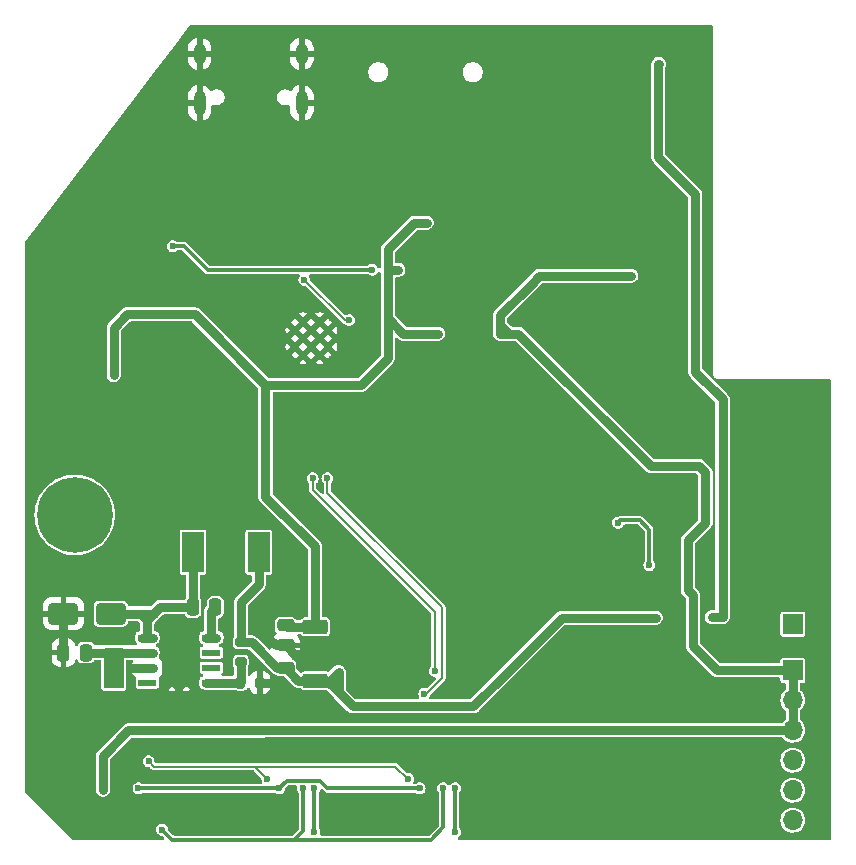
<source format=gbr>
%TF.GenerationSoftware,KiCad,Pcbnew,8.0.5*%
%TF.CreationDate,2024-10-16T11:49:29+02:00*%
%TF.ProjectId,Leiterkarte-v2,4c656974-6572-46b6-9172-74652d76322e,rev?*%
%TF.SameCoordinates,Original*%
%TF.FileFunction,Copper,L4,Bot*%
%TF.FilePolarity,Positive*%
%FSLAX46Y46*%
G04 Gerber Fmt 4.6, Leading zero omitted, Abs format (unit mm)*
G04 Created by KiCad (PCBNEW 8.0.5) date 2024-10-16 11:49:29*
%MOMM*%
%LPD*%
G01*
G04 APERTURE LIST*
G04 Aperture macros list*
%AMRoundRect*
0 Rectangle with rounded corners*
0 $1 Rounding radius*
0 $2 $3 $4 $5 $6 $7 $8 $9 X,Y pos of 4 corners*
0 Add a 4 corners polygon primitive as box body*
4,1,4,$2,$3,$4,$5,$6,$7,$8,$9,$2,$3,0*
0 Add four circle primitives for the rounded corners*
1,1,$1+$1,$2,$3*
1,1,$1+$1,$4,$5*
1,1,$1+$1,$6,$7*
1,1,$1+$1,$8,$9*
0 Add four rect primitives between the rounded corners*
20,1,$1+$1,$2,$3,$4,$5,0*
20,1,$1+$1,$4,$5,$6,$7,0*
20,1,$1+$1,$6,$7,$8,$9,0*
20,1,$1+$1,$8,$9,$2,$3,0*%
G04 Aperture macros list end*
%TA.AperFunction,Conductor*%
%ADD10C,0.200000*%
%TD*%
%TA.AperFunction,HeatsinkPad*%
%ADD11C,0.600000*%
%TD*%
%TA.AperFunction,ComponentPad*%
%ADD12R,1.700000X1.700000*%
%TD*%
%TA.AperFunction,ComponentPad*%
%ADD13O,1.700000X1.700000*%
%TD*%
%TA.AperFunction,ComponentPad*%
%ADD14O,1.000000X2.100000*%
%TD*%
%TA.AperFunction,ComponentPad*%
%ADD15O,1.000000X1.800000*%
%TD*%
%TA.AperFunction,ComponentPad*%
%ADD16C,6.400000*%
%TD*%
%TA.AperFunction,SMDPad,CuDef*%
%ADD17RoundRect,0.250000X-0.250000X-0.475000X0.250000X-0.475000X0.250000X0.475000X-0.250000X0.475000X0*%
%TD*%
%TA.AperFunction,SMDPad,CuDef*%
%ADD18R,1.550000X0.600000*%
%TD*%
%TA.AperFunction,ComponentPad*%
%ADD19C,0.600000*%
%TD*%
%TA.AperFunction,SMDPad,CuDef*%
%ADD20R,2.600000X3.100000*%
%TD*%
%TA.AperFunction,SMDPad,CuDef*%
%ADD21R,2.950000X4.500000*%
%TD*%
%TA.AperFunction,SMDPad,CuDef*%
%ADD22RoundRect,0.250000X0.475000X-0.250000X0.475000X0.250000X-0.475000X0.250000X-0.475000X-0.250000X0*%
%TD*%
%TA.AperFunction,SMDPad,CuDef*%
%ADD23RoundRect,0.200000X0.275000X-0.200000X0.275000X0.200000X-0.275000X0.200000X-0.275000X-0.200000X0*%
%TD*%
%TA.AperFunction,SMDPad,CuDef*%
%ADD24RoundRect,0.200000X-0.200000X-0.275000X0.200000X-0.275000X0.200000X0.275000X-0.200000X0.275000X0*%
%TD*%
%TA.AperFunction,SMDPad,CuDef*%
%ADD25RoundRect,0.250000X-0.850000X-0.350000X0.850000X-0.350000X0.850000X0.350000X-0.850000X0.350000X0*%
%TD*%
%TA.AperFunction,SMDPad,CuDef*%
%ADD26RoundRect,0.250000X-1.275000X-1.125000X1.275000X-1.125000X1.275000X1.125000X-1.275000X1.125000X0*%
%TD*%
%TA.AperFunction,SMDPad,CuDef*%
%ADD27RoundRect,0.249997X-2.950003X-2.650003X2.950003X-2.650003X2.950003X2.650003X-2.950003X2.650003X0*%
%TD*%
%TA.AperFunction,SMDPad,CuDef*%
%ADD28RoundRect,0.250000X0.250000X0.475000X-0.250000X0.475000X-0.250000X-0.475000X0.250000X-0.475000X0*%
%TD*%
%TA.AperFunction,SMDPad,CuDef*%
%ADD29RoundRect,0.250000X1.000000X0.650000X-1.000000X0.650000X-1.000000X-0.650000X1.000000X-0.650000X0*%
%TD*%
%TA.AperFunction,SMDPad,CuDef*%
%ADD30R,1.850000X3.400000*%
%TD*%
%TA.AperFunction,ViaPad*%
%ADD31C,0.600000*%
%TD*%
%TA.AperFunction,Conductor*%
%ADD32C,0.800000*%
%TD*%
%TA.AperFunction,Conductor*%
%ADD33C,0.650000*%
%TD*%
%TA.AperFunction,Conductor*%
%ADD34C,0.300000*%
%TD*%
G04 APERTURE END LIST*
%TO.N,VCC*%
D10*
X92850000Y-101600000D02*
X94350000Y-101600000D01*
X94350000Y-104850000D01*
X92850000Y-104850000D01*
X92850000Y-101600000D01*
%TA.AperFunction,Conductor*%
G36*
X92850000Y-101600000D02*
G01*
X94350000Y-101600000D01*
X94350000Y-104850000D01*
X92850000Y-104850000D01*
X92850000Y-101600000D01*
G37*
%TD.AperFunction*%
%TD*%
D11*
%TO.P,ESP1,41,GND*%
%TO.N,GND*%
X111040000Y-73900000D03*
X109640000Y-73900000D03*
X111740000Y-74600000D03*
X110340000Y-74600000D03*
X108940000Y-74600000D03*
X111040000Y-75300000D03*
X109640000Y-75300000D03*
X111740000Y-76000000D03*
X110340000Y-76000000D03*
X108940000Y-76000000D03*
X111040000Y-76700000D03*
X109640000Y-76700000D03*
%TD*%
D12*
%TO.P,Buttons1,1,Pin_1*%
%TO.N,+3.3V*%
X151100000Y-103400000D03*
D13*
%TO.P,Buttons1,2,Pin_2*%
X151100000Y-105940000D03*
%TO.P,Buttons1,3,Pin_3*%
X151100000Y-108480000D03*
%TO.P,Buttons1,4,Pin_4*%
%TO.N,Button1*%
X151100000Y-111020000D03*
%TO.P,Buttons1,5,Pin_5*%
%TO.N,Button2*%
X151100000Y-113560000D03*
%TO.P,Buttons1,6,Pin_6*%
%TO.N,Button3*%
X151100000Y-116100000D03*
%TD*%
D14*
%TO.P,USBC1,SH1,SHELL_GND*%
%TO.N,GND*%
X109520000Y-55380000D03*
%TO.P,USBC1,SH2,SHELL_GND__1*%
X100880000Y-55380000D03*
D15*
%TO.P,USBC1,SH3,SHELL_GND__2*%
X109520000Y-51200000D03*
%TO.P,USBC1,SH4,SHELL_GND__3*%
X100880000Y-51200000D03*
%TD*%
D16*
%TO.P,Vcc1,1,Pin_1*%
%TO.N,Net-(Vcc1-Pin_1)*%
X90300000Y-90250000D03*
%TD*%
%TO.P,GND1,1,Pin_1*%
%TO.N,GND*%
X122100000Y-90250000D03*
%TD*%
D12*
%TO.P,RPM1,1,Pin_1*%
%TO.N,Net-(RPM1-Pin_1)*%
X151100000Y-99500000D03*
%TD*%
D17*
%TO.P,Cboot1,1*%
%TO.N,Net-(5V1-PH)*%
X100300000Y-98050000D03*
%TO.P,Cboot1,2*%
%TO.N,Net-(5V1-BOOT)*%
X102200000Y-98050000D03*
%TD*%
D18*
%TO.P,5V1,1,BOOT*%
%TO.N,Net-(5V1-BOOT)*%
X101850000Y-100645000D03*
%TO.P,5V1,2,NC*%
%TO.N,unconnected-(5V1-NC-Pad2)*%
X101850000Y-101915000D03*
%TO.P,5V1,3,NC*%
%TO.N,unconnected-(5V1-NC-Pad3)*%
X101850000Y-103185000D03*
%TO.P,5V1,4,VSENSE*%
%TO.N,Net-(5V1-VSENSE)*%
X101850000Y-104455000D03*
%TO.P,5V1,5,EN*%
%TO.N,unconnected-(5V1-EN-Pad5)*%
X96450000Y-104455000D03*
%TO.P,5V1,6,GND*%
%TO.N,GND*%
X96450000Y-103185000D03*
%TO.P,5V1,7,VIN*%
%TO.N,VCC*%
X96450000Y-101915000D03*
%TO.P,5V1,8,PH*%
%TO.N,Net-(5V1-PH)*%
X96450000Y-100645000D03*
D19*
%TO.P,5V1,9,GNDPAD*%
%TO.N,GND*%
X99750000Y-104350000D03*
X99750000Y-103250000D03*
X99750000Y-101950000D03*
X99750000Y-100750000D03*
D20*
X99150000Y-102550000D03*
D21*
X99150000Y-102550000D03*
D19*
X98550000Y-104350000D03*
X98550000Y-103250000D03*
X98550000Y-101950000D03*
X98550000Y-100750000D03*
%TD*%
D22*
%TO.P,Cin2,1*%
%TO.N,+5V*%
X108150000Y-103200000D03*
%TO.P,Cin2,2*%
%TO.N,GND*%
X108150000Y-101300000D03*
%TD*%
%TO.P,Cout1,1*%
%TO.N,+3.3V*%
X108150000Y-99600000D03*
%TO.P,Cout1,2*%
%TO.N,GND*%
X108150000Y-97700000D03*
%TD*%
D23*
%TO.P,Rfbt1,1*%
%TO.N,Net-(5V1-VSENSE)*%
X104350000Y-102675000D03*
%TO.P,Rfbt1,2*%
%TO.N,+5V*%
X104350000Y-101025000D03*
%TD*%
D24*
%TO.P,Rfbb1,1*%
%TO.N,Net-(5V1-VSENSE)*%
X104325000Y-104450000D03*
%TO.P,Rfbb1,2*%
%TO.N,GND*%
X105975000Y-104450000D03*
%TD*%
D25*
%TO.P,3.3V1,1,VI*%
%TO.N,+5V*%
X110650000Y-104280000D03*
%TO.P,3.3V1,2,GND*%
%TO.N,GND*%
X110650000Y-102000000D03*
D26*
X115275000Y-100475000D03*
X115275000Y-103525000D03*
D27*
X116950000Y-102000000D03*
D26*
X118625000Y-100475000D03*
X118625000Y-103525000D03*
D25*
%TO.P,3.3V1,3,VO*%
%TO.N,+3.3V*%
X110650000Y-99720000D03*
%TD*%
D28*
%TO.P,Cin1,1*%
%TO.N,VCC*%
X91250000Y-101900000D03*
%TO.P,Cin1,2*%
%TO.N,GND*%
X89350000Y-101900000D03*
%TD*%
D29*
%TO.P,D1,1,K*%
%TO.N,Net-(5V1-PH)*%
X93350000Y-98600000D03*
%TO.P,D1,2,A*%
%TO.N,GND*%
X89350000Y-98600000D03*
%TD*%
D30*
%TO.P,L1,1,1*%
%TO.N,Net-(5V1-PH)*%
X100325000Y-93400000D03*
%TO.P,L1,2,2*%
%TO.N,+5V*%
X105875000Y-93400000D03*
%TD*%
D31*
%TO.N,GND*%
X145800000Y-115150000D03*
X145800000Y-110050000D03*
X145800000Y-112600000D03*
X140925000Y-79650000D03*
X140950000Y-83850000D03*
X108200000Y-51200000D03*
X107700000Y-59800000D03*
X102000000Y-71100000D03*
X92250000Y-67500000D03*
X136950000Y-68000000D03*
X143250000Y-94600000D03*
X121200000Y-76800000D03*
X128800000Y-55600000D03*
X148300000Y-101600000D03*
X118050000Y-87050000D03*
X138400000Y-57050000D03*
X107450000Y-104450000D03*
X109500000Y-57450000D03*
X140350000Y-89150000D03*
X138900000Y-88050000D03*
X122300000Y-65200000D03*
X95100000Y-103200000D03*
X99600000Y-55400000D03*
X100900000Y-57250000D03*
X99600000Y-51200000D03*
X141500000Y-100400000D03*
X137650000Y-87150000D03*
X106450000Y-100400000D03*
X93700000Y-116700000D03*
X122550000Y-101950000D03*
X126200000Y-76800000D03*
X119300000Y-68050000D03*
X130500000Y-57050000D03*
X106450000Y-97950000D03*
X103450000Y-60950000D03*
X93250000Y-70200000D03*
X91400000Y-82700000D03*
X131150000Y-71700000D03*
X147700000Y-94650000D03*
%TO.N,+3.3V*%
X143700000Y-89750000D03*
X127050000Y-74900000D03*
X117700000Y-69500000D03*
X115350000Y-108480000D03*
X126300000Y-74900000D03*
X106300000Y-108480000D03*
X95800000Y-73250000D03*
X143700000Y-88200000D03*
X92700000Y-112350000D03*
X116800000Y-69500000D03*
X143700000Y-86650000D03*
X92700000Y-113500000D03*
X120150000Y-74900000D03*
X93600000Y-78400000D03*
X93600000Y-77400000D03*
X121050000Y-74900000D03*
X114350000Y-108480000D03*
X105350000Y-108500000D03*
X94750000Y-73250000D03*
X120100000Y-65500000D03*
%TO.N,Net-(VRCond1-IN-)*%
X136300000Y-90900000D03*
X138950000Y-94500000D03*
%TO.N,VCC*%
X94000000Y-103650000D03*
X94000000Y-104450000D03*
X93150000Y-103650000D03*
X94000000Y-102900000D03*
X93150000Y-104450000D03*
X93150000Y-102900000D03*
%TO.N,+5V*%
X145150000Y-97950000D03*
X112650000Y-103550000D03*
X145150000Y-98900000D03*
%TO.N,+3.3V*%
X128900000Y-70750000D03*
%TO.N,+5V*%
X139750000Y-52050000D03*
X137550000Y-98950000D03*
X112650000Y-105250000D03*
X138450000Y-98950000D03*
X112650000Y-104400000D03*
X139500000Y-98950000D03*
X131550000Y-98950000D03*
X144250000Y-98900000D03*
%TO.N,Net-(ESP1-EN)*%
X115500000Y-69500000D03*
X98600000Y-67500000D03*
%TO.N,CLK*%
X111700000Y-87150000D03*
X119900000Y-105400000D03*
X119500000Y-113400000D03*
X95700000Y-113400000D03*
X107600000Y-113400000D03*
%TO.N,DIN*%
X106600000Y-112600000D03*
X118500000Y-112600000D03*
X96550000Y-111100000D03*
%TO.N,CS3*%
X110450000Y-87150000D03*
X120800000Y-103450000D03*
%TO.N,DC*%
X109600000Y-113400000D03*
X121500000Y-113400000D03*
X97700000Y-116900000D03*
%TO.N,RST*%
X122500000Y-113400000D03*
X110600000Y-113400000D03*
X122500000Y-117100000D03*
X110600000Y-117100000D03*
%TO.N,TEMP2*%
X113550000Y-73750000D03*
X109750000Y-70350000D03*
%TO.N,GND*%
X101750000Y-83800000D03*
%TO.N,+3.3V*%
X137400000Y-70000000D03*
%TD*%
D32*
%TO.N,Net-(5V1-PH)*%
X96450000Y-99150000D02*
X97050000Y-98550000D01*
X96450000Y-100645000D02*
X96005000Y-100645000D01*
X93350000Y-98600000D02*
X95900000Y-98600000D01*
X100325000Y-98025000D02*
X100300000Y-98050000D01*
X97000000Y-98600000D02*
X97050000Y-98550000D01*
X96005000Y-100645000D02*
X96000000Y-100650000D01*
X97050000Y-98550000D02*
X97550000Y-98050000D01*
X96450000Y-100645000D02*
X96895000Y-100645000D01*
X100325000Y-93400000D02*
X100325000Y-98025000D01*
X96450000Y-100645000D02*
X96450000Y-99150000D01*
X95900000Y-98600000D02*
X96450000Y-99150000D01*
X95900000Y-98600000D02*
X97000000Y-98600000D01*
X96895000Y-100645000D02*
X96900000Y-100650000D01*
X97550000Y-98050000D02*
X100300000Y-98050000D01*
%TO.N,GND*%
X98550000Y-104350000D02*
X98550000Y-100750000D01*
X108850000Y-102000000D02*
X108150000Y-101300000D01*
X110650000Y-102000000D02*
X108850000Y-102000000D01*
X95115000Y-103185000D02*
X95100000Y-103200000D01*
X99750000Y-100750000D02*
X99750000Y-104350000D01*
X96450000Y-103185000D02*
X96885000Y-103185000D01*
X98550000Y-104350000D02*
X99750000Y-104350000D01*
X89350000Y-98600000D02*
X89350000Y-101900000D01*
X106700000Y-97700000D02*
X106450000Y-97950000D01*
X98550000Y-103250000D02*
X99750000Y-103250000D01*
X108150000Y-97700000D02*
X106700000Y-97700000D01*
X96450000Y-103185000D02*
X95115000Y-103185000D01*
X108150000Y-101300000D02*
X107350000Y-101300000D01*
X98550000Y-101950000D02*
X99750000Y-101950000D01*
X105975000Y-104450000D02*
X107450000Y-104450000D01*
X96885000Y-103185000D02*
X96900000Y-103200000D01*
X107350000Y-101300000D02*
X106450000Y-100400000D01*
X98550000Y-100750000D02*
X99750000Y-100750000D01*
X98485000Y-103185000D02*
X98550000Y-103250000D01*
%TO.N,Net-(5V1-BOOT)*%
X101850000Y-100645000D02*
X102295000Y-100645000D01*
X101850000Y-100645000D02*
X101405000Y-100645000D01*
X101850000Y-98400000D02*
X101850000Y-100645000D01*
X102295000Y-100645000D02*
X102300000Y-100650000D01*
X102200000Y-98050000D02*
X101850000Y-98400000D01*
X101405000Y-100645000D02*
X101400000Y-100650000D01*
%TO.N,Net-(5V1-VSENSE)*%
X104350000Y-102675000D02*
X104350000Y-104425000D01*
X101850000Y-104455000D02*
X104320000Y-104455000D01*
X104320000Y-104455000D02*
X104325000Y-104450000D01*
X101850000Y-104455000D02*
X101405000Y-104455000D01*
X104350000Y-104425000D02*
X104325000Y-104450000D01*
X101405000Y-104455000D02*
X101400000Y-104450000D01*
%TO.N,+3.3V*%
X105370000Y-108480000D02*
X105350000Y-108500000D01*
X143700000Y-88200000D02*
X143700000Y-86650000D01*
X142200000Y-92400000D02*
X142200000Y-96600000D01*
X94850000Y-108500000D02*
X106280000Y-108500000D01*
X120150000Y-74900000D02*
X118100000Y-74900000D01*
X144700000Y-103400000D02*
X151100000Y-103400000D01*
X151100000Y-105940000D02*
X151100000Y-108480000D01*
X143150000Y-86100000D02*
X143700000Y-86650000D01*
X106950000Y-79250000D02*
X114550000Y-79250000D01*
X127850000Y-74900000D02*
X139050000Y-86100000D01*
X126300000Y-74900000D02*
X127050000Y-74900000D01*
D33*
X110680000Y-99750000D02*
X110650000Y-99720000D01*
D32*
X106450000Y-79250000D02*
X106950000Y-79250000D01*
X106450000Y-79250000D02*
X106450000Y-88700000D01*
X121050000Y-74900000D02*
X120150000Y-74900000D01*
X106300000Y-108480000D02*
X105370000Y-108480000D01*
X115350000Y-108480000D02*
X114350000Y-108480000D01*
X100450000Y-73250000D02*
X106450000Y-79250000D01*
X93600000Y-78400000D02*
X93600000Y-77400000D01*
X116800000Y-73600000D02*
X116800000Y-69500000D01*
X116800000Y-77000000D02*
X116800000Y-73600000D01*
X142650000Y-101350000D02*
X142650000Y-97050000D01*
X92700000Y-112350000D02*
X92700000Y-110650000D01*
X93600000Y-77400000D02*
X93600000Y-74400000D01*
X151100000Y-108480000D02*
X151100000Y-103400000D01*
X92700000Y-110650000D02*
X94850000Y-108500000D01*
X139050000Y-86100000D02*
X143150000Y-86100000D01*
X116800000Y-69500000D02*
X116800000Y-67750000D01*
X143700000Y-90900000D02*
X142200000Y-92400000D01*
X142200000Y-96600000D02*
X142650000Y-97050000D01*
X151100000Y-103400000D02*
X151100000Y-105940000D01*
X108150000Y-99600000D02*
X108270000Y-99720000D01*
X151100000Y-108480000D02*
X148930000Y-108480000D01*
X93600000Y-74400000D02*
X94750000Y-73250000D01*
X127050000Y-74900000D02*
X127850000Y-74900000D01*
X94750000Y-73250000D02*
X95800000Y-73250000D01*
X106280000Y-108500000D02*
X106300000Y-108480000D01*
X110650000Y-92900000D02*
X106450000Y-88700000D01*
X151060000Y-105900000D02*
X151100000Y-105940000D01*
X143700000Y-89750000D02*
X143700000Y-90900000D01*
X108270000Y-99720000D02*
X110650000Y-99720000D01*
X118100000Y-74900000D02*
X116800000Y-73600000D01*
X143700000Y-89750000D02*
X143700000Y-88200000D01*
X119050000Y-65500000D02*
X120100000Y-65500000D01*
X142650000Y-101350000D02*
X144700000Y-103400000D01*
X114350000Y-108480000D02*
X106300000Y-108480000D01*
X92700000Y-113500000D02*
X92700000Y-112350000D01*
X95800000Y-73250000D02*
X100450000Y-73250000D01*
X114550000Y-79250000D02*
X116800000Y-77000000D01*
X116800000Y-67750000D02*
X119050000Y-65500000D01*
X139900000Y-108480000D02*
X115350000Y-108480000D01*
X116800000Y-69500000D02*
X117700000Y-69500000D01*
X110650000Y-99720000D02*
X110650000Y-92900000D01*
X148930000Y-108480000D02*
X139900000Y-108480000D01*
D34*
%TO.N,Net-(VRCond1-IN-)*%
X138950000Y-94500000D02*
X138950000Y-91500000D01*
X138150000Y-90700000D02*
X136500000Y-90700000D01*
X138950000Y-91500000D02*
X138150000Y-90700000D01*
X136500000Y-90700000D02*
X136300000Y-90900000D01*
D32*
%TO.N,VCC*%
X91262500Y-101912500D02*
X93600000Y-101912500D01*
X96450000Y-101915000D02*
X96465000Y-101900000D01*
X96465000Y-101900000D02*
X96900000Y-101900000D01*
X91250000Y-101900000D02*
X96435000Y-101900000D01*
X91250000Y-101900000D02*
X91262500Y-101912500D01*
%TO.N,+5V*%
X131550000Y-98950000D02*
X137550000Y-98950000D01*
X111680000Y-104280000D02*
X112650000Y-105250000D01*
X107450000Y-103200000D02*
X105275000Y-101025000D01*
X104400000Y-100975000D02*
X104350000Y-101025000D01*
X126800000Y-103700000D02*
X131550000Y-98950000D01*
X109230000Y-104280000D02*
X110650000Y-104280000D01*
X105275000Y-101025000D02*
X104350000Y-101025000D01*
X112650000Y-105250000D02*
X112650000Y-103550000D01*
X104400000Y-97600000D02*
X104400000Y-100975000D01*
X105875000Y-96125000D02*
X104400000Y-97600000D01*
X111920000Y-104280000D02*
X112650000Y-103550000D01*
X110650000Y-104280000D02*
X111920000Y-104280000D01*
X108150000Y-103200000D02*
X107450000Y-103200000D01*
X110650000Y-104280000D02*
X111680000Y-104280000D01*
X137550000Y-98950000D02*
X139500000Y-98950000D01*
X108150000Y-103200000D02*
X109230000Y-104280000D01*
X124050000Y-106450000D02*
X126800000Y-103700000D01*
X145150000Y-98900000D02*
X144250000Y-98900000D01*
X112650000Y-105250000D02*
X113850000Y-106450000D01*
X105875000Y-93400000D02*
X105875000Y-96125000D01*
X113850000Y-106450000D02*
X124050000Y-106450000D01*
X145150000Y-97950000D02*
X145150000Y-98900000D01*
D34*
%TO.N,Net-(ESP1-EN)*%
X98600000Y-67500000D02*
X99550000Y-67500000D01*
X99550000Y-67500000D02*
X101550000Y-69500000D01*
X101550000Y-69500000D02*
X115500000Y-69500000D01*
D10*
%TO.N,CLK*%
X119900000Y-105400000D02*
X120050000Y-105400000D01*
X111700000Y-88350000D02*
X111700000Y-87150000D01*
D34*
X108250000Y-112750000D02*
X108850000Y-112750000D01*
X95700000Y-113400000D02*
X107600000Y-113400000D01*
D10*
X120050000Y-105400000D02*
X121400000Y-104050000D01*
D34*
X111700000Y-113400000D02*
X119500000Y-113400000D01*
D10*
X121400000Y-104050000D02*
X121400000Y-98050000D01*
D34*
X107600000Y-113400000D02*
X108250000Y-112750000D01*
D10*
X121400000Y-98050000D02*
X111700000Y-88350000D01*
D34*
X111050000Y-112750000D02*
X111700000Y-113400000D01*
X108850000Y-112750000D02*
X111050000Y-112750000D01*
D10*
%TO.N,DIN*%
X118500000Y-112600000D02*
X117450000Y-111550000D01*
X117450000Y-111550000D02*
X105550000Y-111550000D01*
X97000000Y-111550000D02*
X96550000Y-111100000D01*
X106600000Y-112600000D02*
X105550000Y-111550000D01*
X105550000Y-111550000D02*
X97000000Y-111550000D01*
%TO.N,CS3*%
X110450000Y-88100000D02*
X110450000Y-87150000D01*
X120800000Y-98450000D02*
X110450000Y-88100000D01*
X120800000Y-103450000D02*
X120800000Y-98450000D01*
D34*
%TO.N,DC*%
X109600000Y-117050000D02*
X108900000Y-117750000D01*
X120450000Y-117750000D02*
X108900000Y-117750000D01*
X121500000Y-116700000D02*
X120450000Y-117750000D01*
X98550000Y-117750000D02*
X97700000Y-116900000D01*
X121500000Y-113400000D02*
X121500000Y-116700000D01*
X109600000Y-113400000D02*
X109600000Y-117050000D01*
X108900000Y-117750000D02*
X98550000Y-117750000D01*
%TO.N,RST*%
X110600000Y-117100000D02*
X110600000Y-113400000D01*
X122500000Y-117100000D02*
X122500000Y-113400000D01*
D10*
%TO.N,TEMP2*%
X113150000Y-73750000D02*
X113550000Y-73750000D01*
X109750000Y-70350000D02*
X113150000Y-73750000D01*
D32*
%TO.N,+5V*%
X142850000Y-63100000D02*
X142850000Y-78150000D01*
X139750000Y-52050000D02*
X139700000Y-52100000D01*
X139700000Y-52100000D02*
X139700000Y-59950000D01*
X139700000Y-59950000D02*
X142850000Y-63100000D01*
X142850000Y-78150000D02*
X145150000Y-80450000D01*
X145150000Y-80450000D02*
X145150000Y-98450000D01*
%TO.N,+3.3V*%
X128900000Y-70750000D02*
X129650000Y-70000000D01*
X129650000Y-70000000D02*
X137400000Y-70000000D01*
X126300000Y-74900000D02*
X126300000Y-73350000D01*
X126300000Y-73350000D02*
X128900000Y-70750000D01*
X127050000Y-74900000D02*
X126300000Y-74150000D01*
X126300000Y-74150000D02*
X126300000Y-73350000D01*
%TD*%
%TA.AperFunction,Conductor*%
%TO.N,GND*%
G36*
X144285180Y-48762826D02*
G01*
X144330935Y-48815630D01*
X144342141Y-48867141D01*
X144342141Y-78308533D01*
X144366649Y-78400000D01*
X144376250Y-78435829D01*
X144376250Y-78435830D01*
X144439684Y-78545700D01*
X144456157Y-78613600D01*
X144448053Y-78637013D01*
X144468735Y-78629300D01*
X144537008Y-78644152D01*
X144539542Y-78645574D01*
X144649455Y-78709033D01*
X144776749Y-78743141D01*
X144908533Y-78743141D01*
X154218141Y-78743141D01*
X154285180Y-78762826D01*
X154330935Y-78815630D01*
X154342141Y-78867141D01*
X154342141Y-117618141D01*
X154322456Y-117685180D01*
X154269652Y-117730935D01*
X154218141Y-117742141D01*
X122848868Y-117742141D01*
X122781829Y-117722456D01*
X122736074Y-117669652D01*
X122726130Y-117600494D01*
X122755155Y-117536938D01*
X122781826Y-117513826D01*
X122831128Y-117482143D01*
X122925377Y-117373373D01*
X122985165Y-117242457D01*
X123005647Y-117100000D01*
X122985165Y-116957543D01*
X122925377Y-116826627D01*
X122925374Y-116826623D01*
X122880786Y-116775164D01*
X122851762Y-116711608D01*
X122850500Y-116693963D01*
X122850500Y-116100000D01*
X150044417Y-116100000D01*
X150064699Y-116305932D01*
X150064700Y-116305934D01*
X150124768Y-116503954D01*
X150222315Y-116686450D01*
X150222317Y-116686452D01*
X150353589Y-116846410D01*
X150437426Y-116915212D01*
X150513550Y-116977685D01*
X150696046Y-117075232D01*
X150894066Y-117135300D01*
X150894065Y-117135300D01*
X150912529Y-117137118D01*
X151100000Y-117155583D01*
X151305934Y-117135300D01*
X151503954Y-117075232D01*
X151686450Y-116977685D01*
X151846410Y-116846410D01*
X151977685Y-116686450D01*
X152075232Y-116503954D01*
X152135300Y-116305934D01*
X152155583Y-116100000D01*
X152135300Y-115894066D01*
X152075232Y-115696046D01*
X151977685Y-115513550D01*
X151925702Y-115450209D01*
X151846410Y-115353589D01*
X151686452Y-115222317D01*
X151686453Y-115222317D01*
X151686450Y-115222315D01*
X151503954Y-115124768D01*
X151305934Y-115064700D01*
X151305932Y-115064699D01*
X151305934Y-115064699D01*
X151100000Y-115044417D01*
X150894067Y-115064699D01*
X150696043Y-115124769D01*
X150585898Y-115183643D01*
X150513550Y-115222315D01*
X150513548Y-115222316D01*
X150513547Y-115222317D01*
X150353589Y-115353589D01*
X150222317Y-115513547D01*
X150124769Y-115696043D01*
X150064699Y-115894067D01*
X150044417Y-116100000D01*
X122850500Y-116100000D01*
X122850500Y-113806035D01*
X122870185Y-113738996D01*
X122880782Y-113724837D01*
X122925377Y-113673373D01*
X122977153Y-113560000D01*
X150044417Y-113560000D01*
X150064699Y-113765932D01*
X150072815Y-113792686D01*
X150124768Y-113963954D01*
X150222315Y-114146450D01*
X150222317Y-114146452D01*
X150353589Y-114306410D01*
X150450209Y-114385702D01*
X150513550Y-114437685D01*
X150696046Y-114535232D01*
X150894066Y-114595300D01*
X150894065Y-114595300D01*
X150912529Y-114597118D01*
X151100000Y-114615583D01*
X151305934Y-114595300D01*
X151503954Y-114535232D01*
X151686450Y-114437685D01*
X151846410Y-114306410D01*
X151977685Y-114146450D01*
X152075232Y-113963954D01*
X152135300Y-113765934D01*
X152155583Y-113560000D01*
X152135300Y-113354066D01*
X152075232Y-113156046D01*
X151977685Y-112973550D01*
X151895977Y-112873988D01*
X151846410Y-112813589D01*
X151686452Y-112682317D01*
X151686453Y-112682317D01*
X151686450Y-112682315D01*
X151503954Y-112584768D01*
X151305934Y-112524700D01*
X151305932Y-112524699D01*
X151305934Y-112524699D01*
X151100000Y-112504417D01*
X150894067Y-112524699D01*
X150696043Y-112584769D01*
X150585898Y-112643643D01*
X150513550Y-112682315D01*
X150513548Y-112682316D01*
X150513547Y-112682317D01*
X150353589Y-112813589D01*
X150222317Y-112973547D01*
X150222315Y-112973550D01*
X150184403Y-113044477D01*
X150124769Y-113156043D01*
X150064699Y-113354067D01*
X150044417Y-113560000D01*
X122977153Y-113560000D01*
X122985165Y-113542457D01*
X123005647Y-113400000D01*
X122985165Y-113257543D01*
X122925377Y-113126627D01*
X122831128Y-113017857D01*
X122710053Y-112940047D01*
X122710051Y-112940046D01*
X122710049Y-112940045D01*
X122710050Y-112940045D01*
X122571963Y-112899500D01*
X122571961Y-112899500D01*
X122428039Y-112899500D01*
X122428036Y-112899500D01*
X122289949Y-112940045D01*
X122168873Y-113017856D01*
X122168872Y-113017856D01*
X122168872Y-113017857D01*
X122094807Y-113103334D01*
X122093713Y-113104596D01*
X122034935Y-113142370D01*
X121965065Y-113142370D01*
X121906287Y-113104596D01*
X121831128Y-113017857D01*
X121710053Y-112940047D01*
X121710051Y-112940046D01*
X121710049Y-112940045D01*
X121710050Y-112940045D01*
X121571963Y-112899500D01*
X121571961Y-112899500D01*
X121428039Y-112899500D01*
X121428036Y-112899500D01*
X121289949Y-112940045D01*
X121168873Y-113017856D01*
X121168872Y-113017856D01*
X121168872Y-113017857D01*
X121165218Y-113022074D01*
X121074623Y-113126626D01*
X121074622Y-113126628D01*
X121014834Y-113257543D01*
X120994353Y-113400000D01*
X121014834Y-113542456D01*
X121067433Y-113657629D01*
X121074623Y-113673373D01*
X121119213Y-113724833D01*
X121148238Y-113788388D01*
X121149500Y-113806035D01*
X121149500Y-116503456D01*
X121129815Y-116570495D01*
X121113181Y-116591137D01*
X120341137Y-117363181D01*
X120279814Y-117396666D01*
X120253456Y-117399500D01*
X111204698Y-117399500D01*
X111137659Y-117379815D01*
X111091904Y-117327011D01*
X111081960Y-117257853D01*
X111084883Y-117244412D01*
X111085163Y-117242459D01*
X111085165Y-117242457D01*
X111105647Y-117100000D01*
X111085165Y-116957543D01*
X111025377Y-116826627D01*
X111025374Y-116826623D01*
X110980786Y-116775164D01*
X110951762Y-116711608D01*
X110950500Y-116693963D01*
X110950500Y-113806035D01*
X110970185Y-113738996D01*
X110980782Y-113724837D01*
X111025377Y-113673373D01*
X111085165Y-113542457D01*
X111085166Y-113542447D01*
X111085663Y-113540759D01*
X111086621Y-113539266D01*
X111088849Y-113534390D01*
X111089549Y-113534710D01*
X111123433Y-113481978D01*
X111186987Y-113452949D01*
X111256146Y-113462888D01*
X111292323Y-113488005D01*
X111484788Y-113680470D01*
X111484789Y-113680471D01*
X111484791Y-113680472D01*
X111524750Y-113703542D01*
X111564712Y-113726614D01*
X111653856Y-113750500D01*
X111746144Y-113750500D01*
X119086105Y-113750500D01*
X119153144Y-113770185D01*
X119167312Y-113780790D01*
X119168866Y-113782137D01*
X119168872Y-113782143D01*
X119289947Y-113859953D01*
X119289950Y-113859954D01*
X119289949Y-113859954D01*
X119428036Y-113900499D01*
X119428038Y-113900500D01*
X119428039Y-113900500D01*
X119571962Y-113900500D01*
X119571962Y-113900499D01*
X119710053Y-113859953D01*
X119831128Y-113782143D01*
X119925377Y-113673373D01*
X119985165Y-113542457D01*
X120005647Y-113400000D01*
X119985165Y-113257543D01*
X119925377Y-113126627D01*
X119831128Y-113017857D01*
X119710053Y-112940047D01*
X119710051Y-112940046D01*
X119710049Y-112940045D01*
X119710050Y-112940045D01*
X119571963Y-112899500D01*
X119571961Y-112899500D01*
X119428039Y-112899500D01*
X119428036Y-112899500D01*
X119289949Y-112940045D01*
X119168876Y-113017854D01*
X119168874Y-113017855D01*
X119168872Y-113017857D01*
X119168870Y-113017858D01*
X119167312Y-113019210D01*
X119165427Y-113020070D01*
X119161411Y-113022652D01*
X119161039Y-113022074D01*
X119103757Y-113048237D01*
X119086105Y-113049500D01*
X119037890Y-113049500D01*
X118970851Y-113029815D01*
X118925096Y-112977011D01*
X118915152Y-112907853D01*
X118925096Y-112873988D01*
X118925377Y-112873373D01*
X118985165Y-112742457D01*
X119005647Y-112600000D01*
X118985165Y-112457543D01*
X118925377Y-112326627D01*
X118831128Y-112217857D01*
X118710053Y-112140047D01*
X118710051Y-112140046D01*
X118710049Y-112140045D01*
X118710050Y-112140045D01*
X118571963Y-112099500D01*
X118571961Y-112099500D01*
X118475833Y-112099500D01*
X118408794Y-112079815D01*
X118388152Y-112063181D01*
X117634512Y-111309541D01*
X117634507Y-111309537D01*
X117607616Y-111294012D01*
X117591159Y-111284511D01*
X117591157Y-111284509D01*
X117591157Y-111284510D01*
X117591155Y-111284509D01*
X117585838Y-111281439D01*
X117565990Y-111269979D01*
X117565991Y-111269979D01*
X117527775Y-111259739D01*
X117489562Y-111249500D01*
X117489560Y-111249500D01*
X97177256Y-111249500D01*
X97110217Y-111229815D01*
X97064462Y-111177011D01*
X97054518Y-111107853D01*
X97054684Y-111106691D01*
X97055647Y-111100000D01*
X97044145Y-111020000D01*
X150044417Y-111020000D01*
X150064699Y-111225932D01*
X150082469Y-111284511D01*
X150124768Y-111423954D01*
X150222315Y-111606450D01*
X150222317Y-111606452D01*
X150353589Y-111766410D01*
X150450209Y-111845702D01*
X150513550Y-111897685D01*
X150696046Y-111995232D01*
X150894066Y-112055300D01*
X150894065Y-112055300D01*
X150912529Y-112057118D01*
X151100000Y-112075583D01*
X151305934Y-112055300D01*
X151503954Y-111995232D01*
X151686450Y-111897685D01*
X151846410Y-111766410D01*
X151977685Y-111606450D01*
X152075232Y-111423954D01*
X152135300Y-111225934D01*
X152155583Y-111020000D01*
X152135300Y-110814066D01*
X152075232Y-110616046D01*
X151977685Y-110433550D01*
X151916810Y-110359373D01*
X151846410Y-110273589D01*
X151686452Y-110142317D01*
X151686453Y-110142317D01*
X151686450Y-110142315D01*
X151503954Y-110044768D01*
X151305934Y-109984700D01*
X151305932Y-109984699D01*
X151305934Y-109984699D01*
X151100000Y-109964417D01*
X150894067Y-109984699D01*
X150696043Y-110044769D01*
X150585898Y-110103643D01*
X150513550Y-110142315D01*
X150513548Y-110142316D01*
X150513547Y-110142317D01*
X150353589Y-110273589D01*
X150222317Y-110433547D01*
X150124769Y-110616043D01*
X150064699Y-110814067D01*
X150044417Y-111020000D01*
X97044145Y-111020000D01*
X97035165Y-110957543D01*
X96975377Y-110826627D01*
X96881128Y-110717857D01*
X96760053Y-110640047D01*
X96760051Y-110640046D01*
X96760049Y-110640045D01*
X96760050Y-110640045D01*
X96621963Y-110599500D01*
X96621961Y-110599500D01*
X96478039Y-110599500D01*
X96478036Y-110599500D01*
X96339949Y-110640045D01*
X96218873Y-110717856D01*
X96124623Y-110826626D01*
X96124622Y-110826628D01*
X96064834Y-110957543D01*
X96044353Y-111100000D01*
X96064834Y-111242456D01*
X96124622Y-111373371D01*
X96124623Y-111373373D01*
X96218872Y-111482143D01*
X96339947Y-111559953D01*
X96339950Y-111559954D01*
X96339949Y-111559954D01*
X96447107Y-111591417D01*
X96475280Y-111599690D01*
X96478036Y-111600499D01*
X96478038Y-111600500D01*
X96574167Y-111600500D01*
X96641206Y-111620185D01*
X96661848Y-111636819D01*
X96759540Y-111734511D01*
X96815489Y-111790460D01*
X96815491Y-111790461D01*
X96815495Y-111790464D01*
X96884004Y-111830017D01*
X96884011Y-111830021D01*
X96960438Y-111850500D01*
X105374167Y-111850500D01*
X105441206Y-111870185D01*
X105461848Y-111886819D01*
X106060604Y-112485575D01*
X106094089Y-112546898D01*
X106095661Y-112590902D01*
X106094353Y-112599999D01*
X106114834Y-112742456D01*
X106174904Y-112873988D01*
X106184848Y-112943147D01*
X106155823Y-113006702D01*
X106097045Y-113044477D01*
X106062110Y-113049500D01*
X96113895Y-113049500D01*
X96046856Y-113029815D01*
X96032688Y-113019210D01*
X96031132Y-113017862D01*
X96031128Y-113017857D01*
X95910053Y-112940047D01*
X95910051Y-112940046D01*
X95910049Y-112940045D01*
X95910050Y-112940045D01*
X95771963Y-112899500D01*
X95771961Y-112899500D01*
X95628039Y-112899500D01*
X95628036Y-112899500D01*
X95489949Y-112940045D01*
X95368873Y-113017856D01*
X95368872Y-113017856D01*
X95368872Y-113017857D01*
X95365218Y-113022074D01*
X95274623Y-113126626D01*
X95274622Y-113126628D01*
X95214834Y-113257543D01*
X95194353Y-113400000D01*
X95214834Y-113542456D01*
X95267433Y-113657629D01*
X95274623Y-113673373D01*
X95368872Y-113782143D01*
X95489947Y-113859953D01*
X95489950Y-113859954D01*
X95489949Y-113859954D01*
X95628036Y-113900499D01*
X95628038Y-113900500D01*
X95628039Y-113900500D01*
X95771962Y-113900500D01*
X95771962Y-113900499D01*
X95910053Y-113859953D01*
X96031128Y-113782143D01*
X96031136Y-113782133D01*
X96032688Y-113780790D01*
X96034572Y-113779929D01*
X96038589Y-113777348D01*
X96038960Y-113777925D01*
X96096243Y-113751763D01*
X96113895Y-113750500D01*
X107186105Y-113750500D01*
X107253144Y-113770185D01*
X107267312Y-113780790D01*
X107268866Y-113782137D01*
X107268872Y-113782143D01*
X107389947Y-113859953D01*
X107389950Y-113859954D01*
X107389949Y-113859954D01*
X107528036Y-113900499D01*
X107528038Y-113900500D01*
X107528039Y-113900500D01*
X107671962Y-113900500D01*
X107671962Y-113900499D01*
X107810053Y-113859953D01*
X107931128Y-113782143D01*
X108025377Y-113673373D01*
X108085165Y-113542457D01*
X108101447Y-113429208D01*
X108130470Y-113365656D01*
X108136474Y-113359206D01*
X108358864Y-113136816D01*
X108420186Y-113103334D01*
X108446544Y-113100500D01*
X108803856Y-113100500D01*
X108995302Y-113100500D01*
X109062341Y-113120185D01*
X109108096Y-113172989D01*
X109118040Y-113242147D01*
X109115116Y-113255587D01*
X109094353Y-113400000D01*
X109114834Y-113542456D01*
X109167433Y-113657629D01*
X109174623Y-113673373D01*
X109219213Y-113724833D01*
X109248238Y-113788388D01*
X109249500Y-113806035D01*
X109249500Y-116853456D01*
X109229815Y-116920495D01*
X109213181Y-116941137D01*
X108791137Y-117363181D01*
X108729814Y-117396666D01*
X108703456Y-117399500D01*
X98746544Y-117399500D01*
X98679505Y-117379815D01*
X98658863Y-117363181D01*
X98236503Y-116940821D01*
X98203018Y-116879498D01*
X98201449Y-116870805D01*
X98185165Y-116757543D01*
X98125377Y-116626627D01*
X98031128Y-116517857D01*
X97910053Y-116440047D01*
X97910051Y-116440046D01*
X97910049Y-116440045D01*
X97910050Y-116440045D01*
X97771963Y-116399500D01*
X97771961Y-116399500D01*
X97628039Y-116399500D01*
X97628036Y-116399500D01*
X97489949Y-116440045D01*
X97368873Y-116517856D01*
X97274623Y-116626626D01*
X97274622Y-116626628D01*
X97214834Y-116757543D01*
X97194353Y-116900000D01*
X97214834Y-117042456D01*
X97229802Y-117075230D01*
X97274623Y-117173373D01*
X97368872Y-117282143D01*
X97489947Y-117359953D01*
X97489950Y-117359954D01*
X97489949Y-117359954D01*
X97597107Y-117391417D01*
X97624633Y-117399500D01*
X97628036Y-117400499D01*
X97628038Y-117400500D01*
X97628039Y-117400500D01*
X97653456Y-117400500D01*
X97720495Y-117420185D01*
X97741137Y-117436819D01*
X97834778Y-117530460D01*
X97868263Y-117591783D01*
X97863279Y-117661475D01*
X97821407Y-117717408D01*
X97755943Y-117741825D01*
X97747097Y-117742141D01*
X90101317Y-117742141D01*
X90034278Y-117722456D01*
X90013636Y-117705822D01*
X86136819Y-113829005D01*
X86103334Y-113767682D01*
X86100500Y-113741324D01*
X86100500Y-110570943D01*
X92099499Y-110570943D01*
X92099499Y-110570945D01*
X92099499Y-110739046D01*
X92099500Y-110739059D01*
X92099500Y-112270943D01*
X92099500Y-113579057D01*
X92139038Y-113726613D01*
X92140423Y-113731783D01*
X92140426Y-113731790D01*
X92219475Y-113868709D01*
X92219479Y-113868714D01*
X92219480Y-113868716D01*
X92331284Y-113980520D01*
X92331286Y-113980521D01*
X92331290Y-113980524D01*
X92468209Y-114059573D01*
X92468216Y-114059577D01*
X92620943Y-114100500D01*
X92620945Y-114100500D01*
X92779055Y-114100500D01*
X92779057Y-114100500D01*
X92931784Y-114059577D01*
X93068716Y-113980520D01*
X93180520Y-113868716D01*
X93259577Y-113731784D01*
X93300500Y-113579057D01*
X93300500Y-112270943D01*
X93300500Y-110950097D01*
X93320185Y-110883058D01*
X93336819Y-110862416D01*
X95062416Y-109136819D01*
X95123739Y-109103334D01*
X95150097Y-109100500D01*
X105263331Y-109100500D01*
X105263347Y-109100501D01*
X105270943Y-109100501D01*
X105436653Y-109100501D01*
X105436669Y-109100500D01*
X106193331Y-109100500D01*
X106193347Y-109100501D01*
X106200943Y-109100501D01*
X106359055Y-109100501D01*
X106359057Y-109100501D01*
X106409817Y-109086899D01*
X106417934Y-109084725D01*
X106450027Y-109080500D01*
X114270943Y-109080500D01*
X115270943Y-109080500D01*
X139820943Y-109080500D01*
X148850943Y-109080500D01*
X150175197Y-109080500D01*
X150242236Y-109100185D01*
X150271050Y-109125835D01*
X150353589Y-109226409D01*
X150353590Y-109226410D01*
X150513550Y-109357685D01*
X150696046Y-109455232D01*
X150894066Y-109515300D01*
X150894065Y-109515300D01*
X150912529Y-109517118D01*
X151100000Y-109535583D01*
X151305934Y-109515300D01*
X151503954Y-109455232D01*
X151686450Y-109357685D01*
X151846410Y-109226410D01*
X151977685Y-109066450D01*
X152075232Y-108883954D01*
X152135300Y-108685934D01*
X152155583Y-108480000D01*
X152135300Y-108274066D01*
X152075232Y-108076046D01*
X151977685Y-107893550D01*
X151846410Y-107733590D01*
X151745835Y-107651050D01*
X151706501Y-107593305D01*
X151700500Y-107555197D01*
X151700500Y-106864801D01*
X151720185Y-106797762D01*
X151745832Y-106768951D01*
X151846410Y-106686410D01*
X151977685Y-106526450D01*
X152075232Y-106343954D01*
X152135300Y-106145934D01*
X152155583Y-105940000D01*
X152135300Y-105734066D01*
X152075232Y-105536046D01*
X151977685Y-105353550D01*
X151846410Y-105193590D01*
X151805331Y-105159877D01*
X151745835Y-105111050D01*
X151706501Y-105053305D01*
X151700500Y-105015197D01*
X151700500Y-104574500D01*
X151720185Y-104507461D01*
X151772989Y-104461706D01*
X151824500Y-104450500D01*
X151969750Y-104450500D01*
X151969751Y-104450499D01*
X151984568Y-104447552D01*
X152028229Y-104438868D01*
X152028229Y-104438867D01*
X152028231Y-104438867D01*
X152094552Y-104394552D01*
X152138867Y-104328231D01*
X152138867Y-104328229D01*
X152138868Y-104328229D01*
X152150499Y-104269752D01*
X152150500Y-104269750D01*
X152150500Y-102530249D01*
X152150499Y-102530247D01*
X152138868Y-102471770D01*
X152138867Y-102471769D01*
X152094552Y-102405447D01*
X152028230Y-102361132D01*
X152028229Y-102361131D01*
X151969752Y-102349500D01*
X151969748Y-102349500D01*
X150230252Y-102349500D01*
X150230247Y-102349500D01*
X150171770Y-102361131D01*
X150171769Y-102361132D01*
X150105447Y-102405447D01*
X150061132Y-102471769D01*
X150061131Y-102471770D01*
X150049500Y-102530247D01*
X150049500Y-102675500D01*
X150029815Y-102742539D01*
X149977011Y-102788294D01*
X149925500Y-102799500D01*
X145000098Y-102799500D01*
X144933059Y-102779815D01*
X144912417Y-102763181D01*
X143286819Y-101137583D01*
X143253334Y-101076260D01*
X143250500Y-101049902D01*
X143250500Y-96970945D01*
X143250500Y-96970943D01*
X143209577Y-96818216D01*
X143209577Y-96818215D01*
X143209577Y-96818214D01*
X143180639Y-96768095D01*
X143180637Y-96768092D01*
X143130520Y-96681284D01*
X143018716Y-96569480D01*
X143018715Y-96569479D01*
X143014385Y-96565149D01*
X143014374Y-96565139D01*
X142836819Y-96387584D01*
X142803334Y-96326261D01*
X142800500Y-96299903D01*
X142800500Y-92700096D01*
X142820185Y-92633057D01*
X142836814Y-92612420D01*
X144058506Y-91390727D01*
X144058511Y-91390724D01*
X144068714Y-91380520D01*
X144068716Y-91380520D01*
X144180520Y-91268716D01*
X144259577Y-91131784D01*
X144300500Y-90979057D01*
X144300500Y-89670943D01*
X144300500Y-88120943D01*
X144300500Y-86570943D01*
X144259577Y-86418216D01*
X144259573Y-86418209D01*
X144180524Y-86281290D01*
X144180521Y-86281286D01*
X144180520Y-86281284D01*
X144068716Y-86169480D01*
X144068715Y-86169479D01*
X144064385Y-86165149D01*
X144064374Y-86165139D01*
X143637590Y-85738355D01*
X143637588Y-85738352D01*
X143518717Y-85619481D01*
X143518716Y-85619480D01*
X143431904Y-85569360D01*
X143431904Y-85569359D01*
X143431900Y-85569358D01*
X143381785Y-85540423D01*
X143229057Y-85499499D01*
X143070943Y-85499499D01*
X143063347Y-85499499D01*
X143063331Y-85499500D01*
X139350097Y-85499500D01*
X139283058Y-85479815D01*
X139262416Y-85463181D01*
X128337590Y-74538355D01*
X128337588Y-74538352D01*
X128218717Y-74419481D01*
X128218716Y-74419480D01*
X128131904Y-74369360D01*
X128131904Y-74369359D01*
X128131900Y-74369358D01*
X128081785Y-74340423D01*
X127929057Y-74299499D01*
X127770943Y-74299499D01*
X127763347Y-74299499D01*
X127763331Y-74299500D01*
X127350097Y-74299500D01*
X127283058Y-74279815D01*
X127262416Y-74263181D01*
X126936819Y-73937584D01*
X126903334Y-73876261D01*
X126900500Y-73849903D01*
X126900500Y-73650097D01*
X126920185Y-73583058D01*
X126936819Y-73562416D01*
X129862416Y-70636819D01*
X129923739Y-70603334D01*
X129950097Y-70600500D01*
X137479055Y-70600500D01*
X137479057Y-70600500D01*
X137631784Y-70559577D01*
X137768716Y-70480520D01*
X137880520Y-70368716D01*
X137959577Y-70231784D01*
X138000500Y-70079057D01*
X138000500Y-69920943D01*
X137959577Y-69768216D01*
X137938543Y-69731783D01*
X137880524Y-69631290D01*
X137880518Y-69631282D01*
X137768717Y-69519481D01*
X137768709Y-69519475D01*
X137631790Y-69440426D01*
X137631786Y-69440424D01*
X137631784Y-69440423D01*
X137479057Y-69399500D01*
X129729057Y-69399500D01*
X129570943Y-69399500D01*
X129418215Y-69440423D01*
X129394949Y-69453856D01*
X129338116Y-69486668D01*
X129281285Y-69519479D01*
X129281282Y-69519481D01*
X129169478Y-69631286D01*
X128531284Y-70269481D01*
X125931286Y-72869478D01*
X125819481Y-72981282D01*
X125819479Y-72981285D01*
X125769361Y-73068094D01*
X125769359Y-73068096D01*
X125740425Y-73118209D01*
X125740424Y-73118210D01*
X125740423Y-73118215D01*
X125699499Y-73270943D01*
X125699499Y-73270945D01*
X125699499Y-73439046D01*
X125699500Y-73439059D01*
X125699500Y-74063330D01*
X125699499Y-74063348D01*
X125699499Y-74239046D01*
X125699500Y-74239059D01*
X125699500Y-74979056D01*
X125740423Y-75131783D01*
X125740426Y-75131790D01*
X125819475Y-75268709D01*
X125819479Y-75268714D01*
X125819480Y-75268716D01*
X125931284Y-75380520D01*
X125931286Y-75380521D01*
X125931290Y-75380524D01*
X126068209Y-75459573D01*
X126068216Y-75459577D01*
X126220943Y-75500500D01*
X126379057Y-75500500D01*
X126970943Y-75500500D01*
X127129057Y-75500500D01*
X127549903Y-75500500D01*
X127616942Y-75520185D01*
X127637584Y-75536819D01*
X138565139Y-86464374D01*
X138565149Y-86464385D01*
X138569479Y-86468715D01*
X138569480Y-86468716D01*
X138681284Y-86580520D01*
X138768095Y-86630639D01*
X138768097Y-86630641D01*
X138800762Y-86649500D01*
X138818215Y-86659577D01*
X138970943Y-86700501D01*
X138970946Y-86700501D01*
X139136653Y-86700501D01*
X139136669Y-86700500D01*
X142849903Y-86700500D01*
X142916942Y-86720185D01*
X142937584Y-86736819D01*
X143063181Y-86862416D01*
X143096666Y-86923739D01*
X143099500Y-86950097D01*
X143099500Y-90599902D01*
X143079815Y-90666941D01*
X143063181Y-90687583D01*
X141719481Y-92031282D01*
X141719479Y-92031285D01*
X141669361Y-92118094D01*
X141669359Y-92118096D01*
X141640425Y-92168209D01*
X141640424Y-92168210D01*
X141640423Y-92168215D01*
X141599499Y-92320943D01*
X141599499Y-92320945D01*
X141599499Y-92489046D01*
X141599500Y-92489059D01*
X141599500Y-96513330D01*
X141599499Y-96513348D01*
X141599499Y-96679054D01*
X141599498Y-96679054D01*
X141640423Y-96831785D01*
X141669358Y-96881900D01*
X141669359Y-96881904D01*
X141669360Y-96881904D01*
X141719479Y-96968714D01*
X141719481Y-96968717D01*
X141838349Y-97087585D01*
X141838355Y-97087590D01*
X142013181Y-97262416D01*
X142046666Y-97323739D01*
X142049500Y-97350097D01*
X142049500Y-101263330D01*
X142049499Y-101263348D01*
X142049499Y-101429054D01*
X142049498Y-101429054D01*
X142090423Y-101581786D01*
X142097154Y-101593443D01*
X142100940Y-101600000D01*
X142160232Y-101702697D01*
X142169479Y-101718714D01*
X142169481Y-101718717D01*
X142288349Y-101837585D01*
X142288354Y-101837589D01*
X144331284Y-103880520D01*
X144468215Y-103959577D01*
X144620943Y-104000501D01*
X144620946Y-104000501D01*
X144786654Y-104000501D01*
X144786670Y-104000500D01*
X149925500Y-104000500D01*
X149992539Y-104020185D01*
X150038294Y-104072989D01*
X150049500Y-104124500D01*
X150049500Y-104269752D01*
X150061131Y-104328229D01*
X150061132Y-104328230D01*
X150105447Y-104394552D01*
X150171769Y-104438867D01*
X150171770Y-104438868D01*
X150230247Y-104450499D01*
X150230250Y-104450500D01*
X150230252Y-104450500D01*
X150375500Y-104450500D01*
X150442539Y-104470185D01*
X150488294Y-104522989D01*
X150499500Y-104574500D01*
X150499500Y-105015197D01*
X150479815Y-105082236D01*
X150454165Y-105111050D01*
X150353590Y-105193589D01*
X150222317Y-105353547D01*
X150124769Y-105536043D01*
X150064699Y-105734067D01*
X150044417Y-105940000D01*
X150064699Y-106145932D01*
X150064700Y-106145934D01*
X150124768Y-106343954D01*
X150222315Y-106526450D01*
X150222317Y-106526452D01*
X150353587Y-106686407D01*
X150353588Y-106686408D01*
X150353590Y-106686410D01*
X150454165Y-106768949D01*
X150493499Y-106826692D01*
X150499500Y-106864801D01*
X150499500Y-107555197D01*
X150479815Y-107622236D01*
X150454165Y-107651050D01*
X150353589Y-107733589D01*
X150271050Y-107834165D01*
X150213305Y-107873499D01*
X150175197Y-107879500D01*
X105290940Y-107879500D01*
X105232067Y-107895275D01*
X105199975Y-107899500D01*
X94929057Y-107899500D01*
X94770943Y-107899500D01*
X94618215Y-107940423D01*
X94618214Y-107940423D01*
X94618212Y-107940424D01*
X94618209Y-107940425D01*
X94568096Y-107969359D01*
X94568095Y-107969360D01*
X94524689Y-107994420D01*
X94481285Y-108019479D01*
X94481282Y-108019481D01*
X92219481Y-110281282D01*
X92219480Y-110281284D01*
X92174395Y-110359374D01*
X92140423Y-110418215D01*
X92099499Y-110570943D01*
X86100500Y-110570943D01*
X86100500Y-102424986D01*
X88350001Y-102424986D01*
X88360494Y-102527697D01*
X88415641Y-102694119D01*
X88415643Y-102694124D01*
X88507684Y-102843345D01*
X88631654Y-102967315D01*
X88780875Y-103059356D01*
X88780880Y-103059358D01*
X88947302Y-103114505D01*
X88947309Y-103114506D01*
X89050019Y-103124999D01*
X89099999Y-103124998D01*
X89100000Y-103124998D01*
X89100000Y-102150000D01*
X88350001Y-102150000D01*
X88350001Y-102424986D01*
X86100500Y-102424986D01*
X86100500Y-101375013D01*
X88350000Y-101375013D01*
X88350000Y-101650000D01*
X89100000Y-101650000D01*
X89100000Y-100675000D01*
X89600000Y-100675000D01*
X89600000Y-103124999D01*
X89649972Y-103124999D01*
X89649986Y-103124998D01*
X89752697Y-103114505D01*
X89919119Y-103059358D01*
X89919124Y-103059356D01*
X90068345Y-102967315D01*
X90192315Y-102843345D01*
X90284356Y-102694124D01*
X90284359Y-102694117D01*
X90340094Y-102525918D01*
X90379866Y-102468473D01*
X90444382Y-102441649D01*
X90513158Y-102453964D01*
X90564358Y-102501506D01*
X90574841Y-102523965D01*
X90578121Y-102533338D01*
X90597207Y-102587882D01*
X90677850Y-102697150D01*
X90787118Y-102777793D01*
X90829845Y-102792744D01*
X90915299Y-102822646D01*
X90945730Y-102825500D01*
X90945734Y-102825500D01*
X91554270Y-102825500D01*
X91584699Y-102822646D01*
X91584701Y-102822646D01*
X91650847Y-102799500D01*
X91712882Y-102777793D01*
X91822150Y-102697150D01*
X91902793Y-102587882D01*
X91902794Y-102587879D01*
X91907137Y-102579663D01*
X91910445Y-102581411D01*
X91940601Y-102539314D01*
X92005539Y-102513529D01*
X92016978Y-102513000D01*
X92425500Y-102513000D01*
X92492539Y-102532685D01*
X92538294Y-102585489D01*
X92549500Y-102637000D01*
X92549500Y-104889562D01*
X92555949Y-104913628D01*
X92569979Y-104965990D01*
X92569982Y-104965995D01*
X92609535Y-105034504D01*
X92609539Y-105034509D01*
X92609540Y-105034511D01*
X92665489Y-105090460D01*
X92665491Y-105090461D01*
X92665495Y-105090464D01*
X92726180Y-105125500D01*
X92734011Y-105130021D01*
X92810438Y-105150500D01*
X92810440Y-105150500D01*
X94389560Y-105150500D01*
X94389562Y-105150500D01*
X94465989Y-105130021D01*
X94534511Y-105090460D01*
X94558311Y-105066660D01*
X98186892Y-105066660D01*
X98186892Y-105066661D01*
X98200692Y-105075333D01*
X98200691Y-105075333D01*
X98370861Y-105134878D01*
X98549997Y-105155062D01*
X98550003Y-105155062D01*
X98729138Y-105134878D01*
X98729141Y-105134877D01*
X98899305Y-105075334D01*
X98899306Y-105075334D01*
X98913106Y-105066661D01*
X98913106Y-105066660D01*
X99386892Y-105066660D01*
X99386892Y-105066661D01*
X99400692Y-105075333D01*
X99400691Y-105075333D01*
X99570861Y-105134878D01*
X99749997Y-105155062D01*
X99750003Y-105155062D01*
X99929138Y-105134878D01*
X99929141Y-105134877D01*
X100099305Y-105075334D01*
X100099306Y-105075334D01*
X100113106Y-105066661D01*
X100113106Y-105066660D01*
X99750001Y-104703553D01*
X99750000Y-104703553D01*
X99386892Y-105066660D01*
X98913106Y-105066660D01*
X98550001Y-104703553D01*
X98550000Y-104703553D01*
X98186892Y-105066660D01*
X94558311Y-105066660D01*
X94590460Y-105034511D01*
X94630021Y-104965989D01*
X94650500Y-104889562D01*
X94650500Y-102624500D01*
X94670185Y-102557461D01*
X94722989Y-102511706D01*
X94774500Y-102500500D01*
X95106169Y-102500500D01*
X95173208Y-102520185D01*
X95218963Y-102572989D01*
X95228907Y-102642147D01*
X95222351Y-102667833D01*
X95181403Y-102777620D01*
X95181401Y-102777627D01*
X95175000Y-102837155D01*
X95175000Y-102935000D01*
X96576000Y-102935000D01*
X96643039Y-102954685D01*
X96688794Y-103007489D01*
X96700000Y-103059000D01*
X96700000Y-103311000D01*
X96680315Y-103378039D01*
X96627511Y-103423794D01*
X96576000Y-103435000D01*
X95175000Y-103435000D01*
X95175000Y-103532844D01*
X95181401Y-103592372D01*
X95181403Y-103592379D01*
X95231645Y-103727086D01*
X95231649Y-103727093D01*
X95317809Y-103842187D01*
X95317812Y-103842190D01*
X95440011Y-103933669D01*
X95438427Y-103935784D01*
X95478096Y-103975451D01*
X95492950Y-104043723D01*
X95487996Y-104064686D01*
X95488515Y-104064790D01*
X95474500Y-104135247D01*
X95474500Y-104774752D01*
X95486131Y-104833229D01*
X95486132Y-104833230D01*
X95530447Y-104899552D01*
X95596769Y-104943867D01*
X95596770Y-104943868D01*
X95655247Y-104955499D01*
X95655250Y-104955500D01*
X95655252Y-104955500D01*
X97244750Y-104955500D01*
X97244751Y-104955499D01*
X97261595Y-104952149D01*
X97303229Y-104943868D01*
X97303229Y-104943867D01*
X97303231Y-104943867D01*
X97369552Y-104899552D01*
X97413867Y-104833231D01*
X97413867Y-104833229D01*
X97413868Y-104833229D01*
X97425499Y-104774752D01*
X97425500Y-104774750D01*
X97425500Y-104349997D01*
X97744938Y-104349997D01*
X97744938Y-104350002D01*
X97765121Y-104529138D01*
X97824665Y-104699304D01*
X97833338Y-104713107D01*
X98196446Y-104350000D01*
X98196446Y-104349999D01*
X98166610Y-104320163D01*
X98400000Y-104320163D01*
X98400000Y-104379837D01*
X98422836Y-104434968D01*
X98465032Y-104477164D01*
X98520163Y-104500000D01*
X98579837Y-104500000D01*
X98634968Y-104477164D01*
X98677164Y-104434968D01*
X98700000Y-104379837D01*
X98700000Y-104349999D01*
X98903553Y-104349999D01*
X99150000Y-104596446D01*
X99396446Y-104350001D01*
X99396446Y-104350000D01*
X99366609Y-104320163D01*
X99600000Y-104320163D01*
X99600000Y-104379837D01*
X99622836Y-104434968D01*
X99665032Y-104477164D01*
X99720163Y-104500000D01*
X99779837Y-104500000D01*
X99834968Y-104477164D01*
X99877164Y-104434968D01*
X99900000Y-104379837D01*
X99900000Y-104350000D01*
X100103553Y-104350000D01*
X100466660Y-104713106D01*
X100466661Y-104713106D01*
X100475334Y-104699306D01*
X100475334Y-104699305D01*
X100534877Y-104529141D01*
X100534878Y-104529138D01*
X100552279Y-104374702D01*
X100552319Y-104374607D01*
X100798283Y-104374607D01*
X100799499Y-104388586D01*
X100799499Y-104529054D01*
X100799498Y-104529054D01*
X100811676Y-104574500D01*
X100840423Y-104681785D01*
X100850539Y-104699306D01*
X100857887Y-104712033D01*
X100873089Y-104768768D01*
X100873903Y-104768688D01*
X100874388Y-104773616D01*
X100874500Y-104774033D01*
X100874500Y-104774752D01*
X100886131Y-104833229D01*
X100886132Y-104833230D01*
X100930447Y-104899552D01*
X100967108Y-104924048D01*
X100996769Y-104943867D01*
X101055252Y-104955500D01*
X101055256Y-104955500D01*
X101059031Y-104956251D01*
X101096840Y-104970482D01*
X101107484Y-104976627D01*
X101173215Y-105014577D01*
X101325943Y-105055500D01*
X101484057Y-105055500D01*
X101770943Y-105055500D01*
X103861696Y-105055500D01*
X103917990Y-105069015D01*
X103999698Y-105110647D01*
X104093475Y-105125499D01*
X104093481Y-105125500D01*
X104556518Y-105125499D01*
X104650304Y-105110646D01*
X104763342Y-105053050D01*
X104853050Y-104963342D01*
X104877995Y-104914384D01*
X104925967Y-104863591D01*
X104993788Y-104846796D01*
X105059923Y-104869333D01*
X105103375Y-104924048D01*
X105106863Y-104933791D01*
X105131981Y-105014396D01*
X105219927Y-105159877D01*
X105340122Y-105280072D01*
X105485604Y-105368019D01*
X105485603Y-105368019D01*
X105647894Y-105418590D01*
X105647893Y-105418590D01*
X105718408Y-105424998D01*
X105718426Y-105424999D01*
X106225000Y-105424999D01*
X106231581Y-105424999D01*
X106302102Y-105418591D01*
X106302107Y-105418590D01*
X106464396Y-105368018D01*
X106609877Y-105280072D01*
X106730072Y-105159877D01*
X106818019Y-105014395D01*
X106868590Y-104852106D01*
X106875000Y-104781572D01*
X106875000Y-104700000D01*
X106225000Y-104700000D01*
X106225000Y-105424999D01*
X105718426Y-105424999D01*
X105724999Y-105424998D01*
X105725000Y-105424998D01*
X105725000Y-104200000D01*
X106225000Y-104200000D01*
X106874999Y-104200000D01*
X106874999Y-104118417D01*
X106868591Y-104047897D01*
X106868590Y-104047892D01*
X106818018Y-103885603D01*
X106730072Y-103740122D01*
X106609877Y-103619927D01*
X106464395Y-103531980D01*
X106464396Y-103531980D01*
X106302105Y-103481409D01*
X106302106Y-103481409D01*
X106231572Y-103475000D01*
X106225000Y-103475000D01*
X106225000Y-104200000D01*
X105725000Y-104200000D01*
X105725000Y-103475000D01*
X105724999Y-103474999D01*
X105718436Y-103475000D01*
X105718417Y-103475001D01*
X105647897Y-103481408D01*
X105647892Y-103481409D01*
X105485603Y-103531981D01*
X105340122Y-103619927D01*
X105219928Y-103740121D01*
X105219925Y-103740125D01*
X105180616Y-103805150D01*
X105129088Y-103852337D01*
X105060229Y-103864175D01*
X104995900Y-103836906D01*
X104956527Y-103779187D01*
X104950500Y-103740999D01*
X104950500Y-103148115D01*
X104964016Y-103091820D01*
X105010646Y-103000304D01*
X105010646Y-103000302D01*
X105010647Y-103000301D01*
X105025499Y-102906524D01*
X105025500Y-102906519D01*
X105025499Y-102443482D01*
X105010646Y-102349696D01*
X104953050Y-102236658D01*
X104953046Y-102236654D01*
X104953045Y-102236652D01*
X104863347Y-102146954D01*
X104863344Y-102146952D01*
X104863342Y-102146950D01*
X104786517Y-102107805D01*
X104750301Y-102089352D01*
X104656524Y-102074500D01*
X104656519Y-102074500D01*
X104429058Y-102074500D01*
X104429057Y-102074500D01*
X104270943Y-102074500D01*
X104270940Y-102074500D01*
X104043482Y-102074500D01*
X103962519Y-102087323D01*
X103949696Y-102089354D01*
X103836658Y-102146950D01*
X103836657Y-102146951D01*
X103836652Y-102146954D01*
X103746954Y-102236652D01*
X103746951Y-102236657D01*
X103689352Y-102349698D01*
X103674500Y-102443475D01*
X103674500Y-102906517D01*
X103681308Y-102949499D01*
X103689354Y-103000304D01*
X103735985Y-103091823D01*
X103749500Y-103148115D01*
X103749500Y-103730500D01*
X103729815Y-103797539D01*
X103677011Y-103843294D01*
X103625500Y-103854500D01*
X102841667Y-103854500D01*
X102774628Y-103834815D01*
X102728873Y-103782011D01*
X102718929Y-103712853D01*
X102747954Y-103649297D01*
X102763693Y-103635411D01*
X102769551Y-103629553D01*
X102769552Y-103629552D01*
X102813867Y-103563231D01*
X102813867Y-103563229D01*
X102813868Y-103563229D01*
X102825499Y-103504752D01*
X102825500Y-103504750D01*
X102825500Y-102865249D01*
X102825499Y-102865247D01*
X102813868Y-102806770D01*
X102813867Y-102806769D01*
X102769552Y-102740447D01*
X102703230Y-102696132D01*
X102703229Y-102696131D01*
X102644752Y-102684500D01*
X102644748Y-102684500D01*
X101055252Y-102684500D01*
X101055247Y-102684500D01*
X100996770Y-102696131D01*
X100996769Y-102696132D01*
X100930447Y-102740447D01*
X100886132Y-102806769D01*
X100886131Y-102806770D01*
X100874500Y-102865247D01*
X100874500Y-103504752D01*
X100886131Y-103563229D01*
X100886132Y-103563230D01*
X100930447Y-103629552D01*
X100996769Y-103673867D01*
X100996770Y-103673868D01*
X101055247Y-103685499D01*
X101055250Y-103685500D01*
X101060378Y-103685500D01*
X101127417Y-103705185D01*
X101173172Y-103757989D01*
X101183116Y-103827147D01*
X101154091Y-103890703D01*
X101122377Y-103916888D01*
X101076000Y-103943663D01*
X101038194Y-103957892D01*
X100996769Y-103966132D01*
X100930447Y-104010447D01*
X100886132Y-104076769D01*
X100886131Y-104076770D01*
X100874500Y-104135246D01*
X100874282Y-104137464D01*
X100873697Y-104139283D01*
X100873311Y-104141226D01*
X100873087Y-104141181D01*
X100858266Y-104187309D01*
X100840424Y-104218211D01*
X100840423Y-104218215D01*
X100805111Y-104350002D01*
X100798701Y-104373923D01*
X100798283Y-104374607D01*
X100552319Y-104374607D01*
X100557834Y-104361480D01*
X100555706Y-104355713D01*
X100534878Y-104170861D01*
X100475333Y-104000692D01*
X100466661Y-103986892D01*
X100466660Y-103986892D01*
X100103553Y-104350000D01*
X99900000Y-104350000D01*
X99900000Y-104320163D01*
X99877164Y-104265032D01*
X99834968Y-104222836D01*
X99779837Y-104200000D01*
X99720163Y-104200000D01*
X99665032Y-104222836D01*
X99622836Y-104265032D01*
X99600000Y-104320163D01*
X99366609Y-104320163D01*
X99150000Y-104103553D01*
X98903553Y-104349999D01*
X98700000Y-104349999D01*
X98700000Y-104320163D01*
X98677164Y-104265032D01*
X98634968Y-104222836D01*
X98579837Y-104200000D01*
X98520163Y-104200000D01*
X98465032Y-104222836D01*
X98422836Y-104265032D01*
X98400000Y-104320163D01*
X98166610Y-104320163D01*
X97833338Y-103986891D01*
X97833337Y-103986891D01*
X97824667Y-104000691D01*
X97824662Y-104000701D01*
X97765122Y-104170858D01*
X97765121Y-104170861D01*
X97744938Y-104349997D01*
X97425500Y-104349997D01*
X97425500Y-104135249D01*
X97425499Y-104135247D01*
X97411485Y-104064790D01*
X97414229Y-104064244D01*
X97408700Y-104012883D01*
X97439966Y-103950399D01*
X97460545Y-103934412D01*
X97459989Y-103933669D01*
X97582187Y-103842190D01*
X97582190Y-103842187D01*
X97613772Y-103799999D01*
X98353553Y-103799999D01*
X98550000Y-103996446D01*
X98746446Y-103800001D01*
X98746446Y-103800000D01*
X98746445Y-103799999D01*
X99553553Y-103799999D01*
X99750000Y-103996446D01*
X99946446Y-103800001D01*
X99946446Y-103800000D01*
X99750000Y-103603553D01*
X99553553Y-103799999D01*
X98746445Y-103799999D01*
X98550000Y-103603553D01*
X98353553Y-103799999D01*
X97613772Y-103799999D01*
X97668350Y-103727093D01*
X97668355Y-103727084D01*
X97681965Y-103690594D01*
X97723835Y-103634660D01*
X97789299Y-103610242D01*
X97812031Y-103610706D01*
X97833339Y-103613106D01*
X98196446Y-103250000D01*
X98196446Y-103249999D01*
X98166610Y-103220163D01*
X98400000Y-103220163D01*
X98400000Y-103279837D01*
X98422836Y-103334968D01*
X98465032Y-103377164D01*
X98520163Y-103400000D01*
X98579837Y-103400000D01*
X98634968Y-103377164D01*
X98677164Y-103334968D01*
X98700000Y-103279837D01*
X98700000Y-103249999D01*
X98903553Y-103249999D01*
X99150000Y-103496446D01*
X99396446Y-103250001D01*
X99396446Y-103250000D01*
X99366609Y-103220163D01*
X99600000Y-103220163D01*
X99600000Y-103279837D01*
X99622836Y-103334968D01*
X99665032Y-103377164D01*
X99720163Y-103400000D01*
X99779837Y-103400000D01*
X99834968Y-103377164D01*
X99877164Y-103334968D01*
X99900000Y-103279837D01*
X99900000Y-103250000D01*
X100103553Y-103250000D01*
X100466660Y-103613106D01*
X100466661Y-103613106D01*
X100475334Y-103599306D01*
X100475334Y-103599305D01*
X100534877Y-103429141D01*
X100534878Y-103429138D01*
X100555062Y-103250002D01*
X100555062Y-103249997D01*
X100534878Y-103070861D01*
X100475333Y-102900692D01*
X100466661Y-102886892D01*
X100466660Y-102886892D01*
X100103553Y-103250000D01*
X99900000Y-103250000D01*
X99900000Y-103220163D01*
X99877164Y-103165032D01*
X99834968Y-103122836D01*
X99779837Y-103100000D01*
X99720163Y-103100000D01*
X99665032Y-103122836D01*
X99622836Y-103165032D01*
X99600000Y-103220163D01*
X99366609Y-103220163D01*
X99150000Y-103003553D01*
X98903553Y-103249999D01*
X98700000Y-103249999D01*
X98700000Y-103220163D01*
X98677164Y-103165032D01*
X98634968Y-103122836D01*
X98579837Y-103100000D01*
X98520163Y-103100000D01*
X98465032Y-103122836D01*
X98422836Y-103165032D01*
X98400000Y-103220163D01*
X98166610Y-103220163D01*
X97825629Y-102879182D01*
X97786605Y-102872347D01*
X97735226Y-102824998D01*
X97721750Y-102784844D01*
X97720380Y-102785168D01*
X97718596Y-102777620D01*
X97668354Y-102642913D01*
X97668350Y-102642906D01*
X97586326Y-102533337D01*
X98186891Y-102533337D01*
X98186891Y-102533338D01*
X98550000Y-102896446D01*
X98550001Y-102896446D01*
X98913107Y-102533338D01*
X98913105Y-102533337D01*
X99386891Y-102533337D01*
X99386891Y-102533338D01*
X99750000Y-102896446D01*
X99750001Y-102896446D01*
X100113107Y-102533338D01*
X100099304Y-102524665D01*
X99929138Y-102465121D01*
X99750003Y-102444938D01*
X99749997Y-102444938D01*
X99570861Y-102465121D01*
X99570858Y-102465122D01*
X99400701Y-102524662D01*
X99400691Y-102524667D01*
X99386891Y-102533337D01*
X98913105Y-102533337D01*
X98899304Y-102524665D01*
X98729138Y-102465121D01*
X98550003Y-102444938D01*
X98549997Y-102444938D01*
X98370861Y-102465121D01*
X98370858Y-102465122D01*
X98200701Y-102524662D01*
X98200691Y-102524667D01*
X98186891Y-102533337D01*
X97586326Y-102533337D01*
X97582190Y-102527812D01*
X97582187Y-102527809D01*
X97459989Y-102436331D01*
X97461571Y-102434216D01*
X97421897Y-102394538D01*
X97407049Y-102326264D01*
X97412003Y-102305313D01*
X97411485Y-102305210D01*
X97425499Y-102234752D01*
X97425500Y-102234750D01*
X97425500Y-102224032D01*
X97442114Y-102162030D01*
X97450819Y-102146954D01*
X97459577Y-102131784D01*
X97500500Y-101979057D01*
X97500500Y-101820943D01*
X97459577Y-101668216D01*
X97448565Y-101649142D01*
X97439966Y-101634247D01*
X97425737Y-101596440D01*
X97413868Y-101536770D01*
X97413867Y-101536769D01*
X97369552Y-101470447D01*
X97303233Y-101426134D01*
X97303230Y-101426132D01*
X97288231Y-101423149D01*
X97250424Y-101408919D01*
X97204468Y-101382386D01*
X97156253Y-101331819D01*
X97143031Y-101263211D01*
X97168999Y-101198347D01*
X97204469Y-101167612D01*
X97223998Y-101156337D01*
X97261804Y-101142107D01*
X97303231Y-101133867D01*
X97369552Y-101089552D01*
X97413867Y-101023231D01*
X97413867Y-101023229D01*
X97413868Y-101023229D01*
X97425499Y-100964756D01*
X97425716Y-100962551D01*
X97426298Y-100960738D01*
X97426689Y-100958774D01*
X97426914Y-100958818D01*
X97441735Y-100912687D01*
X97459575Y-100881788D01*
X97459577Y-100881785D01*
X97500500Y-100729057D01*
X97500500Y-100729054D01*
X100799498Y-100729054D01*
X100816760Y-100793475D01*
X100840423Y-100881785D01*
X100840425Y-100881788D01*
X100858266Y-100912689D01*
X100873087Y-100958818D01*
X100873311Y-100958774D01*
X100873697Y-100960719D01*
X100874282Y-100962537D01*
X100874500Y-100964752D01*
X100886131Y-101023229D01*
X100886132Y-101023230D01*
X100930447Y-101089552D01*
X100996767Y-101133866D01*
X100996769Y-101133867D01*
X101038195Y-101142107D01*
X101076001Y-101156337D01*
X101122378Y-101183113D01*
X101170594Y-101233680D01*
X101183816Y-101302287D01*
X101157848Y-101367152D01*
X101100934Y-101407680D01*
X101060378Y-101414500D01*
X101055247Y-101414500D01*
X100996770Y-101426131D01*
X100996769Y-101426132D01*
X100930447Y-101470447D01*
X100886132Y-101536769D01*
X100886131Y-101536770D01*
X100874500Y-101595247D01*
X100874500Y-102234752D01*
X100886131Y-102293229D01*
X100886132Y-102293230D01*
X100930447Y-102359552D01*
X100996769Y-102403867D01*
X100996770Y-102403868D01*
X101055247Y-102415499D01*
X101055250Y-102415500D01*
X101055252Y-102415500D01*
X102644750Y-102415500D01*
X102644751Y-102415499D01*
X102659568Y-102412552D01*
X102703229Y-102403868D01*
X102703229Y-102403867D01*
X102703231Y-102403867D01*
X102769552Y-102359552D01*
X102813867Y-102293231D01*
X102813867Y-102293229D01*
X102813868Y-102293229D01*
X102825499Y-102234752D01*
X102825500Y-102234750D01*
X102825500Y-101595249D01*
X102825499Y-101595247D01*
X102813868Y-101536770D01*
X102813867Y-101536769D01*
X102769552Y-101470447D01*
X102703230Y-101426132D01*
X102703229Y-101426131D01*
X102644752Y-101414500D01*
X102644748Y-101414500D01*
X102639622Y-101414500D01*
X102572583Y-101394815D01*
X102526828Y-101342011D01*
X102516884Y-101272853D01*
X102545909Y-101209297D01*
X102577621Y-101183114D01*
X102623997Y-101156338D01*
X102661804Y-101142107D01*
X102703231Y-101133867D01*
X102769552Y-101089552D01*
X102813867Y-101023231D01*
X102813867Y-101023229D01*
X102813868Y-101023229D01*
X102825499Y-100964756D01*
X102825716Y-100962551D01*
X102826298Y-100960738D01*
X102826689Y-100958774D01*
X102826914Y-100958818D01*
X102841735Y-100912687D01*
X102859575Y-100881788D01*
X102859577Y-100881785D01*
X102883239Y-100793475D01*
X103674500Y-100793475D01*
X103674500Y-101256517D01*
X103680866Y-101296711D01*
X103689354Y-101350304D01*
X103746950Y-101463342D01*
X103746952Y-101463344D01*
X103746954Y-101463347D01*
X103836652Y-101553045D01*
X103836654Y-101553046D01*
X103836658Y-101553050D01*
X103946842Y-101609192D01*
X103949698Y-101610647D01*
X104043475Y-101625499D01*
X104043481Y-101625500D01*
X104260933Y-101625499D01*
X104260959Y-101625501D01*
X104270943Y-101625501D01*
X104436653Y-101625501D01*
X104436669Y-101625500D01*
X104974903Y-101625500D01*
X105041942Y-101645185D01*
X105062584Y-101661819D01*
X106965139Y-103564374D01*
X106965149Y-103564385D01*
X106969479Y-103568715D01*
X106969480Y-103568716D01*
X107081284Y-103680520D01*
X107081286Y-103680521D01*
X107081290Y-103680524D01*
X107215465Y-103757989D01*
X107218216Y-103759577D01*
X107330019Y-103789534D01*
X107370942Y-103800500D01*
X107370943Y-103800500D01*
X107370944Y-103800500D01*
X107378795Y-103802604D01*
X107378077Y-103805280D01*
X107421409Y-103822749D01*
X107462118Y-103852793D01*
X107494646Y-103864175D01*
X107590299Y-103897646D01*
X107620730Y-103900500D01*
X107620734Y-103900500D01*
X107949903Y-103900500D01*
X108016942Y-103920185D01*
X108037583Y-103936818D01*
X108861284Y-104760520D01*
X108861286Y-104760521D01*
X108861290Y-104760524D01*
X108987224Y-104833231D01*
X108998216Y-104839577D01*
X109150943Y-104880501D01*
X109150945Y-104880501D01*
X109316654Y-104880501D01*
X109316670Y-104880500D01*
X109362372Y-104880500D01*
X109429411Y-104900185D01*
X109462141Y-104930865D01*
X109477850Y-104952150D01*
X109587118Y-105032793D01*
X109629845Y-105047744D01*
X109715299Y-105077646D01*
X109745730Y-105080500D01*
X109745734Y-105080500D01*
X111554265Y-105080500D01*
X111554266Y-105080500D01*
X111566622Y-105079341D01*
X111635206Y-105092679D01*
X111665883Y-105115118D01*
X112165139Y-105614374D01*
X112165149Y-105614385D01*
X112169479Y-105618715D01*
X112169480Y-105618716D01*
X112281284Y-105730520D01*
X112281285Y-105730520D01*
X112288352Y-105737587D01*
X112288351Y-105737587D01*
X112288355Y-105737590D01*
X113365139Y-106814374D01*
X113365149Y-106814385D01*
X113369479Y-106818715D01*
X113369480Y-106818716D01*
X113481284Y-106930520D01*
X113558846Y-106975300D01*
X113618215Y-107009577D01*
X113770942Y-107050500D01*
X113770943Y-107050500D01*
X123963331Y-107050500D01*
X123963347Y-107050501D01*
X123970943Y-107050501D01*
X124129054Y-107050501D01*
X124129057Y-107050501D01*
X124281785Y-107009577D01*
X124341154Y-106975300D01*
X124418716Y-106930520D01*
X124530520Y-106818716D01*
X124530520Y-106818714D01*
X124540724Y-106808511D01*
X124540727Y-106808506D01*
X127280519Y-104068716D01*
X131762416Y-99586819D01*
X131823739Y-99553334D01*
X131850097Y-99550500D01*
X139579055Y-99550500D01*
X139579057Y-99550500D01*
X139731784Y-99509577D01*
X139868716Y-99430520D01*
X139980520Y-99318716D01*
X140059577Y-99181784D01*
X140100500Y-99029057D01*
X140100500Y-98870943D01*
X140059577Y-98718216D01*
X140020482Y-98650500D01*
X139980524Y-98581290D01*
X139980518Y-98581282D01*
X139868717Y-98469481D01*
X139868709Y-98469475D01*
X139731790Y-98390426D01*
X139731786Y-98390424D01*
X139731784Y-98390423D01*
X139579057Y-98349500D01*
X137629057Y-98349500D01*
X131629057Y-98349500D01*
X131470942Y-98349500D01*
X131470940Y-98349500D01*
X131430019Y-98360464D01*
X131430019Y-98360465D01*
X131392751Y-98370451D01*
X131318214Y-98390423D01*
X131318209Y-98390426D01*
X131181290Y-98469475D01*
X131181282Y-98469481D01*
X131069478Y-98581286D01*
X126431284Y-103219481D01*
X123837584Y-105813181D01*
X123776261Y-105846666D01*
X123749903Y-105849500D01*
X120437890Y-105849500D01*
X120370851Y-105829815D01*
X120325096Y-105777011D01*
X120315152Y-105707853D01*
X120325096Y-105673988D01*
X120350338Y-105618716D01*
X120385165Y-105542457D01*
X120388132Y-105521813D01*
X120417154Y-105458262D01*
X120423175Y-105451794D01*
X121640460Y-104234511D01*
X121659840Y-104200943D01*
X121680021Y-104165989D01*
X121700500Y-104089562D01*
X121700500Y-98010438D01*
X121689917Y-97970942D01*
X121680022Y-97934012D01*
X121640460Y-97865489D01*
X114674971Y-90900000D01*
X135794353Y-90900000D01*
X135814834Y-91042456D01*
X135855632Y-91131790D01*
X135874623Y-91173373D01*
X135968872Y-91282143D01*
X136089947Y-91359953D01*
X136089950Y-91359954D01*
X136089949Y-91359954D01*
X136228036Y-91400499D01*
X136228038Y-91400500D01*
X136228039Y-91400500D01*
X136371962Y-91400500D01*
X136371962Y-91400499D01*
X136510053Y-91359953D01*
X136631128Y-91282143D01*
X136725377Y-91173373D01*
X136748387Y-91122989D01*
X136794141Y-91070185D01*
X136861181Y-91050500D01*
X137953456Y-91050500D01*
X138020495Y-91070185D01*
X138041137Y-91086819D01*
X138563181Y-91608863D01*
X138596666Y-91670186D01*
X138599500Y-91696544D01*
X138599500Y-94093963D01*
X138579815Y-94161002D01*
X138569214Y-94175164D01*
X138524625Y-94226623D01*
X138524622Y-94226628D01*
X138464834Y-94357543D01*
X138444353Y-94500000D01*
X138464834Y-94642456D01*
X138524622Y-94773371D01*
X138524623Y-94773373D01*
X138618872Y-94882143D01*
X138739947Y-94959953D01*
X138739950Y-94959954D01*
X138739949Y-94959954D01*
X138878036Y-95000499D01*
X138878038Y-95000500D01*
X138878039Y-95000500D01*
X139021962Y-95000500D01*
X139021962Y-95000499D01*
X139160053Y-94959953D01*
X139281128Y-94882143D01*
X139375377Y-94773373D01*
X139435165Y-94642457D01*
X139455647Y-94500000D01*
X139435165Y-94357543D01*
X139375377Y-94226627D01*
X139375374Y-94226623D01*
X139330786Y-94175164D01*
X139301762Y-94111608D01*
X139300500Y-94093963D01*
X139300500Y-91453858D01*
X139300500Y-91453856D01*
X139276614Y-91364712D01*
X139260833Y-91337379D01*
X139260833Y-91337378D01*
X139230472Y-91284791D01*
X139230468Y-91284786D01*
X138365213Y-90419531D01*
X138365208Y-90419527D01*
X138285290Y-90373387D01*
X138285289Y-90373386D01*
X138285288Y-90373386D01*
X138196144Y-90349500D01*
X136453856Y-90349500D01*
X136364712Y-90373386D01*
X136348254Y-90382887D01*
X136286256Y-90399500D01*
X136228036Y-90399500D01*
X136089949Y-90440045D01*
X135968873Y-90517856D01*
X135874623Y-90626626D01*
X135874622Y-90626628D01*
X135814834Y-90757543D01*
X135794353Y-90900000D01*
X114674971Y-90900000D01*
X112036819Y-88261848D01*
X112003334Y-88200525D01*
X112000500Y-88174167D01*
X112000500Y-87613738D01*
X112020185Y-87546699D01*
X112030787Y-87532535D01*
X112031124Y-87532144D01*
X112031128Y-87532143D01*
X112125377Y-87423373D01*
X112185165Y-87292457D01*
X112205647Y-87150000D01*
X112185165Y-87007543D01*
X112125377Y-86876627D01*
X112031128Y-86767857D01*
X111910053Y-86690047D01*
X111910051Y-86690046D01*
X111910049Y-86690045D01*
X111910050Y-86690045D01*
X111771963Y-86649500D01*
X111771961Y-86649500D01*
X111628039Y-86649500D01*
X111628036Y-86649500D01*
X111489949Y-86690045D01*
X111368873Y-86767856D01*
X111274623Y-86876626D01*
X111274622Y-86876628D01*
X111214834Y-87007543D01*
X111197738Y-87126456D01*
X111186986Y-87149999D01*
X111197738Y-87173543D01*
X111214834Y-87292456D01*
X111274622Y-87423371D01*
X111274623Y-87423373D01*
X111368872Y-87532143D01*
X111368875Y-87532144D01*
X111369213Y-87532535D01*
X111398238Y-87596091D01*
X111399500Y-87613738D01*
X111399500Y-88325167D01*
X111379815Y-88392206D01*
X111327011Y-88437961D01*
X111257853Y-88447905D01*
X111194297Y-88418880D01*
X111187819Y-88412848D01*
X110786819Y-88011848D01*
X110753334Y-87950525D01*
X110750500Y-87924167D01*
X110750500Y-87613738D01*
X110770185Y-87546699D01*
X110780787Y-87532535D01*
X110781124Y-87532144D01*
X110781128Y-87532143D01*
X110875377Y-87423373D01*
X110935165Y-87292457D01*
X110952262Y-87173542D01*
X110963014Y-87149999D01*
X110952262Y-87126456D01*
X110935165Y-87007543D01*
X110875377Y-86876627D01*
X110781128Y-86767857D01*
X110660053Y-86690047D01*
X110660051Y-86690046D01*
X110660049Y-86690045D01*
X110660050Y-86690045D01*
X110521963Y-86649500D01*
X110521961Y-86649500D01*
X110378039Y-86649500D01*
X110378036Y-86649500D01*
X110239949Y-86690045D01*
X110118873Y-86767856D01*
X110024623Y-86876626D01*
X110024622Y-86876628D01*
X109964834Y-87007543D01*
X109944353Y-87150000D01*
X109964834Y-87292456D01*
X110024622Y-87423371D01*
X110024623Y-87423373D01*
X110118872Y-87532143D01*
X110118875Y-87532144D01*
X110119213Y-87532535D01*
X110148238Y-87596091D01*
X110149500Y-87613738D01*
X110149500Y-88139562D01*
X110165835Y-88200525D01*
X110169979Y-88215989D01*
X110206387Y-88279051D01*
X110209540Y-88284512D01*
X110209541Y-88284513D01*
X120463181Y-98538152D01*
X120496666Y-98599475D01*
X120499500Y-98625833D01*
X120499500Y-102986260D01*
X120479815Y-103053299D01*
X120469213Y-103067462D01*
X120374625Y-103176622D01*
X120374622Y-103176628D01*
X120314834Y-103307543D01*
X120294353Y-103450000D01*
X120314834Y-103592456D01*
X120355052Y-103680520D01*
X120374623Y-103723373D01*
X120468872Y-103832143D01*
X120589947Y-103909953D01*
X120589950Y-103909954D01*
X120589949Y-103909954D01*
X120728036Y-103950499D01*
X120728038Y-103950500D01*
X120775167Y-103950500D01*
X120842206Y-103970185D01*
X120887961Y-104022989D01*
X120897905Y-104092147D01*
X120868880Y-104155703D01*
X120862848Y-104162181D01*
X120142695Y-104882332D01*
X120081372Y-104915817D01*
X120020080Y-104913628D01*
X119971963Y-104899500D01*
X119971961Y-104899500D01*
X119828039Y-104899500D01*
X119828036Y-104899500D01*
X119689949Y-104940045D01*
X119568873Y-105017856D01*
X119474623Y-105126626D01*
X119474622Y-105126628D01*
X119414834Y-105257543D01*
X119394353Y-105400000D01*
X119414834Y-105542456D01*
X119474904Y-105673988D01*
X119484848Y-105743147D01*
X119455823Y-105806702D01*
X119397045Y-105844477D01*
X119362110Y-105849500D01*
X114150097Y-105849500D01*
X114083058Y-105829815D01*
X114062416Y-105813181D01*
X113286819Y-105037584D01*
X113253334Y-104976261D01*
X113250500Y-104949903D01*
X113250500Y-103639059D01*
X113250501Y-103639046D01*
X113250501Y-103470945D01*
X113250501Y-103470943D01*
X113209577Y-103318215D01*
X113176339Y-103260646D01*
X113176339Y-103260645D01*
X113130522Y-103181287D01*
X113130518Y-103181282D01*
X113018717Y-103069481D01*
X113018712Y-103069477D01*
X112898902Y-103000306D01*
X112898899Y-103000304D01*
X112881785Y-102990423D01*
X112881782Y-102990422D01*
X112851826Y-102982395D01*
X112729057Y-102949499D01*
X112570943Y-102949499D01*
X112474118Y-102975443D01*
X112418217Y-102990422D01*
X112418215Y-102990422D01*
X112418215Y-102990423D01*
X112401101Y-103000304D01*
X112401098Y-103000306D01*
X112401097Y-103000305D01*
X112281287Y-103069477D01*
X112281282Y-103069481D01*
X112169478Y-103181286D01*
X111849962Y-103500801D01*
X111788639Y-103534286D01*
X111721326Y-103530162D01*
X111712882Y-103527207D01*
X111584699Y-103482354D01*
X111584698Y-103482353D01*
X111584696Y-103482353D01*
X111554270Y-103479500D01*
X111554266Y-103479500D01*
X109745734Y-103479500D01*
X109745730Y-103479500D01*
X109715300Y-103482353D01*
X109715298Y-103482353D01*
X109587119Y-103527206D01*
X109587118Y-103527207D01*
X109522993Y-103574533D01*
X109457364Y-103598503D01*
X109389194Y-103583187D01*
X109361679Y-103562443D01*
X109111819Y-103312583D01*
X109078334Y-103251260D01*
X109075500Y-103224902D01*
X109075500Y-102895730D01*
X109072646Y-102865300D01*
X109072646Y-102865298D01*
X109027793Y-102737119D01*
X109027792Y-102737117D01*
X108998295Y-102697150D01*
X108947150Y-102627850D01*
X108837882Y-102547207D01*
X108837880Y-102547206D01*
X108773967Y-102524842D01*
X108717191Y-102484120D01*
X108691444Y-102419168D01*
X108704901Y-102350606D01*
X108753288Y-102300203D01*
X108775918Y-102290095D01*
X108944119Y-102234358D01*
X108944124Y-102234356D01*
X109093345Y-102142315D01*
X109217315Y-102018345D01*
X109309356Y-101869124D01*
X109309358Y-101869119D01*
X109364505Y-101702697D01*
X109364506Y-101702690D01*
X109374999Y-101599986D01*
X109375000Y-101599973D01*
X109375000Y-101550000D01*
X106925001Y-101550000D01*
X106915192Y-101559808D01*
X106905316Y-101593443D01*
X106852512Y-101639198D01*
X106783354Y-101649142D01*
X106719798Y-101620117D01*
X106713320Y-101614085D01*
X105762590Y-100663355D01*
X105762588Y-100663352D01*
X105643717Y-100544481D01*
X105643716Y-100544480D01*
X105556904Y-100494360D01*
X105556904Y-100494359D01*
X105556900Y-100494358D01*
X105506785Y-100465423D01*
X105354057Y-100424499D01*
X105195943Y-100424499D01*
X105188347Y-100424499D01*
X105188331Y-100424500D01*
X105124500Y-100424500D01*
X105057461Y-100404815D01*
X105011706Y-100352011D01*
X105000500Y-100300500D01*
X105000500Y-97900096D01*
X105020185Y-97833057D01*
X105036814Y-97812419D01*
X106243713Y-96605521D01*
X106243716Y-96605520D01*
X106355520Y-96493716D01*
X106405639Y-96406904D01*
X106434577Y-96356785D01*
X106475501Y-96204057D01*
X106475501Y-96045943D01*
X106475501Y-96038348D01*
X106475500Y-96038330D01*
X106475500Y-95424500D01*
X106495185Y-95357461D01*
X106547989Y-95311706D01*
X106599500Y-95300500D01*
X106819750Y-95300500D01*
X106819751Y-95300499D01*
X106834568Y-95297552D01*
X106878229Y-95288868D01*
X106878229Y-95288867D01*
X106878231Y-95288867D01*
X106944552Y-95244552D01*
X106988867Y-95178231D01*
X106988867Y-95178229D01*
X106988868Y-95178229D01*
X107000499Y-95119752D01*
X107000500Y-95119750D01*
X107000500Y-91680249D01*
X107000499Y-91680247D01*
X106988868Y-91621770D01*
X106988867Y-91621769D01*
X106944552Y-91555447D01*
X106878230Y-91511132D01*
X106878229Y-91511131D01*
X106819752Y-91499500D01*
X106819748Y-91499500D01*
X104930252Y-91499500D01*
X104930247Y-91499500D01*
X104871770Y-91511131D01*
X104871769Y-91511132D01*
X104805447Y-91555447D01*
X104761132Y-91621769D01*
X104761131Y-91621770D01*
X104749500Y-91680247D01*
X104749500Y-95119752D01*
X104761131Y-95178229D01*
X104761132Y-95178230D01*
X104805447Y-95244552D01*
X104871769Y-95288867D01*
X104871770Y-95288868D01*
X104930247Y-95300499D01*
X104930250Y-95300500D01*
X104930252Y-95300500D01*
X105150500Y-95300500D01*
X105217539Y-95320185D01*
X105263294Y-95372989D01*
X105274500Y-95424500D01*
X105274500Y-95824902D01*
X105254815Y-95891941D01*
X105238181Y-95912583D01*
X103919481Y-97231282D01*
X103919479Y-97231285D01*
X103890325Y-97281783D01*
X103890324Y-97281785D01*
X103840423Y-97368214D01*
X103840423Y-97368215D01*
X103799499Y-97520943D01*
X103799499Y-97520945D01*
X103799499Y-97689046D01*
X103799500Y-97689059D01*
X103799500Y-100482745D01*
X103779815Y-100549784D01*
X103763181Y-100570426D01*
X103746954Y-100586652D01*
X103746951Y-100586657D01*
X103689352Y-100699698D01*
X103674500Y-100793475D01*
X102883239Y-100793475D01*
X102900500Y-100729057D01*
X102900500Y-100570943D01*
X102859577Y-100418215D01*
X102859575Y-100418211D01*
X102859574Y-100418208D01*
X102842113Y-100387965D01*
X102826911Y-100331231D01*
X102826097Y-100331312D01*
X102825611Y-100326382D01*
X102825500Y-100325966D01*
X102825500Y-100325249D01*
X102825499Y-100325247D01*
X102813868Y-100266770D01*
X102813867Y-100266769D01*
X102769552Y-100200447D01*
X102703230Y-100156132D01*
X102703229Y-100156131D01*
X102640967Y-100143747D01*
X102603159Y-100129518D01*
X102576904Y-100114360D01*
X102576904Y-100114359D01*
X102576900Y-100114358D01*
X102526785Y-100085423D01*
X102526784Y-100085422D01*
X102519746Y-100081359D01*
X102520419Y-100080193D01*
X102472637Y-100041681D01*
X102450579Y-99975384D01*
X102450500Y-99970970D01*
X102450500Y-99090091D01*
X102470185Y-99023052D01*
X102522989Y-98977297D01*
X102533545Y-98973050D01*
X102562233Y-98963011D01*
X102662882Y-98927793D01*
X102772150Y-98847150D01*
X102852793Y-98737882D01*
X102883369Y-98650500D01*
X102897646Y-98609701D01*
X102897646Y-98609699D01*
X102900500Y-98579269D01*
X102900500Y-97520730D01*
X102897646Y-97490300D01*
X102897646Y-97490298D01*
X102854926Y-97368214D01*
X102852793Y-97362118D01*
X102772150Y-97252850D01*
X102662882Y-97172207D01*
X102662880Y-97172206D01*
X102534700Y-97127353D01*
X102504270Y-97124500D01*
X102504266Y-97124500D01*
X101895734Y-97124500D01*
X101895730Y-97124500D01*
X101865300Y-97127353D01*
X101865298Y-97127353D01*
X101737119Y-97172206D01*
X101737117Y-97172207D01*
X101627850Y-97252850D01*
X101547207Y-97362117D01*
X101547206Y-97362119D01*
X101502353Y-97490298D01*
X101502353Y-97490300D01*
X101499500Y-97520730D01*
X101499500Y-97849902D01*
X101479815Y-97916941D01*
X101463181Y-97937583D01*
X101369481Y-98031282D01*
X101369480Y-98031284D01*
X101334162Y-98092457D01*
X101290423Y-98168215D01*
X101249499Y-98320943D01*
X101249499Y-98320945D01*
X101249499Y-98489046D01*
X101249500Y-98489059D01*
X101249500Y-99970970D01*
X101229815Y-100038009D01*
X101180098Y-100081088D01*
X101180254Y-100081358D01*
X101178856Y-100082164D01*
X101177011Y-100083764D01*
X101173252Y-100085400D01*
X101123096Y-100114359D01*
X101123093Y-100114361D01*
X101096839Y-100129518D01*
X101059033Y-100143747D01*
X100996770Y-100156132D01*
X100996769Y-100156132D01*
X100930447Y-100200447D01*
X100886132Y-100266769D01*
X100886131Y-100266770D01*
X100874500Y-100325247D01*
X100874500Y-100325966D01*
X100874388Y-100326382D01*
X100873903Y-100331312D01*
X100873089Y-100331231D01*
X100857888Y-100387965D01*
X100840423Y-100418215D01*
X100799499Y-100570943D01*
X100799499Y-100570945D01*
X100799499Y-100729054D01*
X100799498Y-100729054D01*
X97500500Y-100729054D01*
X97500500Y-100570943D01*
X97459577Y-100418215D01*
X97459575Y-100418211D01*
X97459574Y-100418208D01*
X97442113Y-100387965D01*
X97426911Y-100331231D01*
X97426097Y-100331312D01*
X97425611Y-100326382D01*
X97425500Y-100325966D01*
X97425500Y-100325249D01*
X97425499Y-100325247D01*
X97413868Y-100266770D01*
X97413867Y-100266769D01*
X97369552Y-100200447D01*
X97303230Y-100156132D01*
X97303229Y-100156131D01*
X97240967Y-100143747D01*
X97203159Y-100129518D01*
X97176904Y-100114360D01*
X97176904Y-100114359D01*
X97176900Y-100114358D01*
X97126785Y-100085423D01*
X97126784Y-100085422D01*
X97119746Y-100081359D01*
X97120419Y-100080193D01*
X97072637Y-100041681D01*
X97050579Y-99975384D01*
X97050500Y-99970970D01*
X97050500Y-99450096D01*
X97070185Y-99383057D01*
X97086815Y-99362419D01*
X97358506Y-99090727D01*
X97358511Y-99090724D01*
X97368714Y-99080520D01*
X97368716Y-99080520D01*
X97480520Y-98968716D01*
X97480520Y-98968715D01*
X97497961Y-98951275D01*
X97497963Y-98951272D01*
X97537577Y-98911659D01*
X97537582Y-98911652D01*
X97762418Y-98686816D01*
X97823740Y-98653334D01*
X97850098Y-98650500D01*
X99528648Y-98650500D01*
X99595687Y-98670185D01*
X99641442Y-98722989D01*
X99645690Y-98733548D01*
X99647205Y-98737878D01*
X99647206Y-98737881D01*
X99647207Y-98737882D01*
X99727850Y-98847150D01*
X99837118Y-98927793D01*
X99879845Y-98942744D01*
X99965299Y-98972646D01*
X99995730Y-98975500D01*
X99995734Y-98975500D01*
X100604270Y-98975500D01*
X100634699Y-98972646D01*
X100634701Y-98972646D01*
X100698790Y-98950219D01*
X100762882Y-98927793D01*
X100872150Y-98847150D01*
X100952793Y-98737882D01*
X100983369Y-98650500D01*
X100997646Y-98609701D01*
X100997646Y-98609699D01*
X101000500Y-98579269D01*
X101000500Y-97520730D01*
X100997646Y-97490300D01*
X100997646Y-97490298D01*
X100954926Y-97368214D01*
X100952793Y-97362118D01*
X100949728Y-97357965D01*
X100925759Y-97292338D01*
X100925500Y-97284334D01*
X100925500Y-95424500D01*
X100945185Y-95357461D01*
X100997989Y-95311706D01*
X101049500Y-95300500D01*
X101269750Y-95300500D01*
X101269751Y-95300499D01*
X101284568Y-95297552D01*
X101328229Y-95288868D01*
X101328229Y-95288867D01*
X101328231Y-95288867D01*
X101394552Y-95244552D01*
X101438867Y-95178231D01*
X101438867Y-95178229D01*
X101438868Y-95178229D01*
X101450499Y-95119752D01*
X101450500Y-95119750D01*
X101450500Y-91680249D01*
X101450499Y-91680247D01*
X101438868Y-91621770D01*
X101438867Y-91621769D01*
X101394552Y-91555447D01*
X101328230Y-91511132D01*
X101328229Y-91511131D01*
X101269752Y-91499500D01*
X101269748Y-91499500D01*
X99380252Y-91499500D01*
X99380247Y-91499500D01*
X99321770Y-91511131D01*
X99321769Y-91511132D01*
X99255447Y-91555447D01*
X99211132Y-91621769D01*
X99211131Y-91621770D01*
X99199500Y-91680247D01*
X99199500Y-95119752D01*
X99211131Y-95178229D01*
X99211132Y-95178230D01*
X99255447Y-95244552D01*
X99321769Y-95288867D01*
X99321770Y-95288868D01*
X99380247Y-95300499D01*
X99380250Y-95300500D01*
X99380252Y-95300500D01*
X99600500Y-95300500D01*
X99667539Y-95320185D01*
X99713294Y-95372989D01*
X99724500Y-95424500D01*
X99724500Y-97216586D01*
X99704815Y-97283625D01*
X99700270Y-97290219D01*
X99647208Y-97362115D01*
X99647205Y-97362121D01*
X99645690Y-97366452D01*
X99604970Y-97423229D01*
X99540018Y-97448978D01*
X99528648Y-97449500D01*
X97636670Y-97449500D01*
X97636654Y-97449499D01*
X97629058Y-97449499D01*
X97470943Y-97449499D01*
X97394579Y-97469961D01*
X97318214Y-97490423D01*
X97318209Y-97490426D01*
X97181290Y-97569475D01*
X97181282Y-97569481D01*
X96787584Y-97963181D01*
X96726261Y-97996666D01*
X96699903Y-97999500D01*
X95986669Y-97999500D01*
X95986653Y-97999499D01*
X95979057Y-97999499D01*
X95820943Y-97999499D01*
X95813347Y-97999499D01*
X95813331Y-97999500D01*
X94923147Y-97999500D01*
X94856108Y-97979815D01*
X94810353Y-97927011D01*
X94799689Y-97887079D01*
X94797646Y-97865300D01*
X94797646Y-97865298D01*
X94752793Y-97737119D01*
X94752792Y-97737117D01*
X94672150Y-97627850D01*
X94562882Y-97547207D01*
X94562880Y-97547206D01*
X94434700Y-97502353D01*
X94404270Y-97499500D01*
X94404266Y-97499500D01*
X92295734Y-97499500D01*
X92295730Y-97499500D01*
X92265300Y-97502353D01*
X92265298Y-97502353D01*
X92137119Y-97547206D01*
X92137117Y-97547207D01*
X92027850Y-97627850D01*
X91947207Y-97737117D01*
X91947206Y-97737119D01*
X91902353Y-97865298D01*
X91902353Y-97865300D01*
X91899500Y-97895730D01*
X91899500Y-99304269D01*
X91902353Y-99334699D01*
X91902353Y-99334701D01*
X91947206Y-99462880D01*
X91947207Y-99462882D01*
X92027850Y-99572150D01*
X92137118Y-99652793D01*
X92179845Y-99667744D01*
X92265299Y-99697646D01*
X92295730Y-99700500D01*
X92295734Y-99700500D01*
X94404270Y-99700500D01*
X94434699Y-99697646D01*
X94434701Y-99697646D01*
X94498790Y-99675219D01*
X94562882Y-99652793D01*
X94672150Y-99572150D01*
X94752793Y-99462882D01*
X94781613Y-99380518D01*
X94797646Y-99334701D01*
X94797646Y-99334699D01*
X94799689Y-99312921D01*
X94825547Y-99248013D01*
X94882393Y-99207388D01*
X94923147Y-99200500D01*
X95599903Y-99200500D01*
X95666942Y-99220185D01*
X95687584Y-99236819D01*
X95813181Y-99362416D01*
X95846666Y-99423739D01*
X95849500Y-99450097D01*
X95849500Y-99970970D01*
X95829815Y-100038009D01*
X95780098Y-100081088D01*
X95780254Y-100081358D01*
X95778856Y-100082164D01*
X95777011Y-100083764D01*
X95773252Y-100085400D01*
X95723096Y-100114359D01*
X95723093Y-100114361D01*
X95696839Y-100129518D01*
X95659033Y-100143747D01*
X95596770Y-100156132D01*
X95596769Y-100156132D01*
X95530447Y-100200447D01*
X95486132Y-100266769D01*
X95486131Y-100266770D01*
X95474500Y-100325247D01*
X95474500Y-100325966D01*
X95474388Y-100326382D01*
X95473903Y-100331312D01*
X95473089Y-100331231D01*
X95457888Y-100387965D01*
X95440423Y-100418215D01*
X95399499Y-100570943D01*
X95399499Y-100570945D01*
X95399499Y-100729054D01*
X95399498Y-100729054D01*
X95416760Y-100793475D01*
X95440423Y-100881785D01*
X95440425Y-100881788D01*
X95458266Y-100912689D01*
X95473087Y-100958818D01*
X95473311Y-100958774D01*
X95473697Y-100960719D01*
X95474282Y-100962537D01*
X95474500Y-100964752D01*
X95486131Y-101023229D01*
X95486132Y-101023230D01*
X95537233Y-101099707D01*
X95535747Y-101100699D01*
X95562199Y-101149142D01*
X95557215Y-101218834D01*
X95515343Y-101274767D01*
X95449879Y-101299184D01*
X95441033Y-101299500D01*
X92021352Y-101299500D01*
X91954313Y-101279815D01*
X91908558Y-101227011D01*
X91904310Y-101216452D01*
X91902794Y-101212121D01*
X91902793Y-101212118D01*
X91900711Y-101209297D01*
X91822150Y-101102850D01*
X91712882Y-101022207D01*
X91712880Y-101022206D01*
X91584700Y-100977353D01*
X91554270Y-100974500D01*
X91554266Y-100974500D01*
X90945734Y-100974500D01*
X90945730Y-100974500D01*
X90915300Y-100977353D01*
X90915298Y-100977353D01*
X90787119Y-101022206D01*
X90787117Y-101022207D01*
X90677850Y-101102850D01*
X90597207Y-101212117D01*
X90574842Y-101276033D01*
X90534120Y-101332808D01*
X90469167Y-101358555D01*
X90400605Y-101345098D01*
X90350203Y-101296711D01*
X90340095Y-101274081D01*
X90284358Y-101105880D01*
X90284356Y-101105875D01*
X90192315Y-100956654D01*
X90068345Y-100832684D01*
X89919124Y-100740643D01*
X89919119Y-100740641D01*
X89752697Y-100685494D01*
X89752690Y-100685493D01*
X89649986Y-100675000D01*
X89600000Y-100675000D01*
X89100000Y-100675000D01*
X89099999Y-100674999D01*
X89050029Y-100675000D01*
X89050011Y-100675001D01*
X88947302Y-100685494D01*
X88780880Y-100740641D01*
X88780875Y-100740643D01*
X88631654Y-100832684D01*
X88507684Y-100956654D01*
X88415643Y-101105875D01*
X88415641Y-101105880D01*
X88360494Y-101272302D01*
X88360493Y-101272309D01*
X88350000Y-101375013D01*
X86100500Y-101375013D01*
X86100500Y-99299986D01*
X87600001Y-99299986D01*
X87610494Y-99402697D01*
X87665641Y-99569119D01*
X87665643Y-99569124D01*
X87757684Y-99718345D01*
X87881654Y-99842315D01*
X88030875Y-99934356D01*
X88030880Y-99934358D01*
X88197302Y-99989505D01*
X88197309Y-99989506D01*
X88300019Y-99999999D01*
X89099999Y-99999999D01*
X89600000Y-99999999D01*
X90399972Y-99999999D01*
X90399986Y-99999998D01*
X90502697Y-99989505D01*
X90669119Y-99934358D01*
X90669124Y-99934356D01*
X90818345Y-99842315D01*
X90942315Y-99718345D01*
X91034356Y-99569124D01*
X91034358Y-99569119D01*
X91089505Y-99402697D01*
X91089506Y-99402690D01*
X91099999Y-99299986D01*
X91100000Y-99299973D01*
X91100000Y-98850000D01*
X89600000Y-98850000D01*
X89600000Y-99999999D01*
X89099999Y-99999999D01*
X89100000Y-99999998D01*
X89100000Y-98850000D01*
X87600001Y-98850000D01*
X87600001Y-99299986D01*
X86100500Y-99299986D01*
X86100500Y-97900013D01*
X87600000Y-97900013D01*
X87600000Y-98350000D01*
X89100000Y-98350000D01*
X89600000Y-98350000D01*
X91099999Y-98350000D01*
X91099999Y-97900028D01*
X91099998Y-97900013D01*
X91089505Y-97797302D01*
X91034358Y-97630880D01*
X91034356Y-97630875D01*
X90942315Y-97481654D01*
X90818345Y-97357684D01*
X90669124Y-97265643D01*
X90669119Y-97265641D01*
X90502697Y-97210494D01*
X90502690Y-97210493D01*
X90399986Y-97200000D01*
X89600000Y-97200000D01*
X89600000Y-98350000D01*
X89100000Y-98350000D01*
X89100000Y-97200000D01*
X88300028Y-97200000D01*
X88300012Y-97200001D01*
X88197302Y-97210494D01*
X88030880Y-97265641D01*
X88030875Y-97265643D01*
X87881654Y-97357684D01*
X87757684Y-97481654D01*
X87665643Y-97630875D01*
X87665641Y-97630880D01*
X87610494Y-97797302D01*
X87610493Y-97797309D01*
X87600000Y-97900013D01*
X86100500Y-97900013D01*
X86100500Y-90249997D01*
X86894506Y-90249997D01*
X86894506Y-90250002D01*
X86914469Y-90618196D01*
X86914470Y-90618213D01*
X86974122Y-90982068D01*
X86974128Y-90982094D01*
X87072768Y-91337365D01*
X87072770Y-91337371D01*
X87072772Y-91337377D01*
X87072773Y-91337379D01*
X87094031Y-91390732D01*
X87209255Y-91679926D01*
X87209261Y-91679938D01*
X87381973Y-92005708D01*
X87381976Y-92005713D01*
X87381978Y-92005716D01*
X87458172Y-92118094D01*
X87588909Y-92310916D01*
X87776093Y-92531285D01*
X87827627Y-92591956D01*
X88095330Y-92845538D01*
X88388881Y-93068690D01*
X88704838Y-93258795D01*
X88704840Y-93258796D01*
X88704842Y-93258797D01*
X88704846Y-93258799D01*
X89039486Y-93413620D01*
X89039497Y-93413625D01*
X89388934Y-93531364D01*
X89749052Y-93610632D01*
X90115630Y-93650500D01*
X90115636Y-93650500D01*
X90484364Y-93650500D01*
X90484370Y-93650500D01*
X90850948Y-93610632D01*
X91211066Y-93531364D01*
X91560503Y-93413625D01*
X91895162Y-93258795D01*
X92211119Y-93068690D01*
X92504670Y-92845538D01*
X92772373Y-92591956D01*
X93011090Y-92310917D01*
X93218022Y-92005716D01*
X93390743Y-91679930D01*
X93527227Y-91337379D01*
X93625875Y-90982081D01*
X93644237Y-90870077D01*
X93685529Y-90618213D01*
X93685529Y-90618210D01*
X93685531Y-90618199D01*
X93705494Y-90250000D01*
X93685531Y-89881801D01*
X93625875Y-89517919D01*
X93534160Y-89187590D01*
X93527231Y-89162634D01*
X93527229Y-89162628D01*
X93527228Y-89162627D01*
X93527227Y-89162621D01*
X93390743Y-88820070D01*
X93314453Y-88676172D01*
X93218026Y-88494291D01*
X93218024Y-88494288D01*
X93218022Y-88494284D01*
X93011090Y-88189083D01*
X92772373Y-87908044D01*
X92504670Y-87654462D01*
X92211119Y-87431310D01*
X91895162Y-87241205D01*
X91895161Y-87241204D01*
X91895157Y-87241202D01*
X91895153Y-87241200D01*
X91560513Y-87086379D01*
X91560508Y-87086377D01*
X91560503Y-87086375D01*
X91390172Y-87028983D01*
X91211065Y-86968635D01*
X90850946Y-86889367D01*
X90484371Y-86849500D01*
X90484370Y-86849500D01*
X90115630Y-86849500D01*
X90115628Y-86849500D01*
X89749053Y-86889367D01*
X89388934Y-86968635D01*
X89118812Y-87059650D01*
X89039497Y-87086375D01*
X89039494Y-87086376D01*
X89039486Y-87086379D01*
X88704846Y-87241200D01*
X88704842Y-87241202D01*
X88469538Y-87382779D01*
X88388881Y-87431310D01*
X88288410Y-87507685D01*
X88095330Y-87654461D01*
X88095330Y-87654462D01*
X87827626Y-87908044D01*
X87588909Y-88189083D01*
X87381979Y-88494282D01*
X87381973Y-88494291D01*
X87209261Y-88820061D01*
X87209255Y-88820073D01*
X87072770Y-89162628D01*
X87072768Y-89162634D01*
X86974128Y-89517905D01*
X86974122Y-89517931D01*
X86914470Y-89881786D01*
X86914469Y-89881803D01*
X86894506Y-90249997D01*
X86100500Y-90249997D01*
X86100500Y-74320943D01*
X92999499Y-74320943D01*
X92999499Y-74320945D01*
X92999499Y-74489046D01*
X92999500Y-74489059D01*
X92999500Y-77320943D01*
X92999500Y-78479057D01*
X93040085Y-78630520D01*
X93040423Y-78631783D01*
X93040426Y-78631790D01*
X93119475Y-78768709D01*
X93119479Y-78768714D01*
X93119480Y-78768716D01*
X93231284Y-78880520D01*
X93231286Y-78880521D01*
X93231290Y-78880524D01*
X93368209Y-78959573D01*
X93368216Y-78959577D01*
X93520943Y-79000500D01*
X93520945Y-79000500D01*
X93679055Y-79000500D01*
X93679057Y-79000500D01*
X93831784Y-78959577D01*
X93968716Y-78880520D01*
X94080520Y-78768716D01*
X94159577Y-78631784D01*
X94200500Y-78479057D01*
X94200500Y-77320943D01*
X94200500Y-74700097D01*
X94220185Y-74633058D01*
X94236819Y-74612416D01*
X94962417Y-73886819D01*
X95023740Y-73853334D01*
X95050098Y-73850500D01*
X95720943Y-73850500D01*
X100149903Y-73850500D01*
X100216942Y-73870185D01*
X100237584Y-73886819D01*
X105813181Y-79462416D01*
X105846666Y-79523739D01*
X105849500Y-79550097D01*
X105849500Y-88613330D01*
X105849499Y-88613348D01*
X105849499Y-88779054D01*
X105849498Y-88779054D01*
X105890423Y-88931785D01*
X105919358Y-88981900D01*
X105919359Y-88981904D01*
X105919360Y-88981904D01*
X105969479Y-89068714D01*
X105969481Y-89068717D01*
X106088349Y-89187585D01*
X106088355Y-89187590D01*
X110013181Y-93112416D01*
X110046666Y-93173739D01*
X110049500Y-93200097D01*
X110049500Y-98795500D01*
X110029815Y-98862539D01*
X109977011Y-98908294D01*
X109925500Y-98919500D01*
X109745730Y-98919500D01*
X109715300Y-98922353D01*
X109715298Y-98922353D01*
X109587119Y-98967206D01*
X109587117Y-98967207D01*
X109504949Y-99027850D01*
X109477850Y-99047850D01*
X109462143Y-99069133D01*
X109462142Y-99069134D01*
X109406494Y-99111385D01*
X109362372Y-99119500D01*
X109077388Y-99119500D01*
X109010349Y-99099815D01*
X108977619Y-99069135D01*
X108947150Y-99027850D01*
X108881037Y-98979057D01*
X108837882Y-98947207D01*
X108837880Y-98947206D01*
X108709700Y-98902353D01*
X108679270Y-98899500D01*
X108679266Y-98899500D01*
X107620734Y-98899500D01*
X107620730Y-98899500D01*
X107590300Y-98902353D01*
X107590298Y-98902353D01*
X107462119Y-98947206D01*
X107462117Y-98947207D01*
X107352850Y-99027850D01*
X107272207Y-99137117D01*
X107272206Y-99137119D01*
X107227353Y-99265298D01*
X107227353Y-99265300D01*
X107224500Y-99295730D01*
X107224500Y-99904269D01*
X107227353Y-99934699D01*
X107227353Y-99934701D01*
X107264788Y-100041681D01*
X107272207Y-100062882D01*
X107332443Y-100144500D01*
X107352851Y-100172151D01*
X107359421Y-100178721D01*
X107357657Y-100180484D01*
X107391642Y-100225242D01*
X107397102Y-100294898D01*
X107364037Y-100356449D01*
X107340856Y-100374906D01*
X107206659Y-100457680D01*
X107206655Y-100457683D01*
X107082684Y-100581654D01*
X106990643Y-100730875D01*
X106990641Y-100730880D01*
X106935494Y-100897302D01*
X106935493Y-100897309D01*
X106925000Y-101000013D01*
X106925000Y-101050000D01*
X109374999Y-101050000D01*
X109374999Y-101000028D01*
X109374998Y-101000013D01*
X109364505Y-100897302D01*
X109309358Y-100730880D01*
X109309356Y-100730875D01*
X109217315Y-100581654D01*
X109167842Y-100532181D01*
X109134357Y-100470858D01*
X109139341Y-100401166D01*
X109181213Y-100345233D01*
X109246677Y-100320816D01*
X109255523Y-100320500D01*
X109362372Y-100320500D01*
X109429411Y-100340185D01*
X109462141Y-100370865D01*
X109477850Y-100392150D01*
X109587118Y-100472793D01*
X109629845Y-100487744D01*
X109715299Y-100517646D01*
X109745730Y-100520500D01*
X109745734Y-100520500D01*
X111554270Y-100520500D01*
X111584699Y-100517646D01*
X111584701Y-100517646D01*
X111651250Y-100494359D01*
X111712882Y-100472793D01*
X111822150Y-100392150D01*
X111902793Y-100282882D01*
X111931638Y-100200447D01*
X111947646Y-100154701D01*
X111947646Y-100154699D01*
X111950500Y-100124269D01*
X111950500Y-99315730D01*
X111947646Y-99285300D01*
X111947646Y-99285298D01*
X111902793Y-99157119D01*
X111902792Y-99157117D01*
X111888032Y-99137118D01*
X111822150Y-99047850D01*
X111712882Y-98967207D01*
X111712880Y-98967206D01*
X111584700Y-98922353D01*
X111554270Y-98919500D01*
X111554266Y-98919500D01*
X111374500Y-98919500D01*
X111307461Y-98899815D01*
X111261706Y-98847011D01*
X111250500Y-98795500D01*
X111250500Y-92989059D01*
X111250501Y-92989046D01*
X111250501Y-92820945D01*
X111250501Y-92820943D01*
X111209577Y-92668215D01*
X111180639Y-92618095D01*
X111130520Y-92531284D01*
X111018716Y-92419480D01*
X111018715Y-92419479D01*
X111014385Y-92415149D01*
X111014374Y-92415139D01*
X107086819Y-88487584D01*
X107053334Y-88426261D01*
X107050500Y-88399903D01*
X107050500Y-79974500D01*
X107070185Y-79907461D01*
X107122989Y-79861706D01*
X107174500Y-79850500D01*
X114463331Y-79850500D01*
X114463347Y-79850501D01*
X114470943Y-79850501D01*
X114629054Y-79850501D01*
X114629057Y-79850501D01*
X114781785Y-79809577D01*
X114831904Y-79780639D01*
X114918716Y-79730520D01*
X115030520Y-79618716D01*
X115030520Y-79618714D01*
X115040728Y-79608507D01*
X115040729Y-79608504D01*
X117280520Y-77368716D01*
X117359577Y-77231784D01*
X117400501Y-77079057D01*
X117400501Y-76920942D01*
X117400501Y-76913347D01*
X117400500Y-76913329D01*
X117400500Y-75349097D01*
X117420185Y-75282058D01*
X117472989Y-75236303D01*
X117542147Y-75226359D01*
X117605703Y-75255384D01*
X117612158Y-75261393D01*
X117731284Y-75380520D01*
X117731286Y-75380521D01*
X117731287Y-75380522D01*
X117731290Y-75380524D01*
X117868209Y-75459573D01*
X117868216Y-75459577D01*
X118020943Y-75500501D01*
X118020945Y-75500501D01*
X118186654Y-75500501D01*
X118186670Y-75500500D01*
X121129055Y-75500500D01*
X121129057Y-75500500D01*
X121281784Y-75459577D01*
X121418716Y-75380520D01*
X121530520Y-75268716D01*
X121609577Y-75131784D01*
X121650500Y-74979057D01*
X121650500Y-74820943D01*
X121609577Y-74668216D01*
X121570193Y-74600000D01*
X121530524Y-74531290D01*
X121530518Y-74531282D01*
X121418717Y-74419481D01*
X121418709Y-74419475D01*
X121281790Y-74340426D01*
X121281786Y-74340424D01*
X121281784Y-74340423D01*
X121129057Y-74299500D01*
X121129056Y-74299500D01*
X118400098Y-74299500D01*
X118333059Y-74279815D01*
X118312417Y-74263181D01*
X117436819Y-73387583D01*
X117403334Y-73326260D01*
X117400500Y-73299902D01*
X117400500Y-70224500D01*
X117420185Y-70157461D01*
X117472989Y-70111706D01*
X117524500Y-70100500D01*
X117779055Y-70100500D01*
X117779057Y-70100500D01*
X117931784Y-70059577D01*
X118068716Y-69980520D01*
X118180520Y-69868716D01*
X118259577Y-69731784D01*
X118300500Y-69579057D01*
X118300500Y-69420943D01*
X118259577Y-69268216D01*
X118253017Y-69256853D01*
X118180524Y-69131290D01*
X118180518Y-69131282D01*
X118068717Y-69019481D01*
X118068709Y-69019475D01*
X117931790Y-68940426D01*
X117931786Y-68940424D01*
X117931784Y-68940423D01*
X117779057Y-68899500D01*
X117779056Y-68899500D01*
X117524500Y-68899500D01*
X117457461Y-68879815D01*
X117411706Y-68827011D01*
X117400500Y-68775500D01*
X117400500Y-68050097D01*
X117420185Y-67983058D01*
X117436819Y-67962416D01*
X119262417Y-66136819D01*
X119323740Y-66103334D01*
X119350098Y-66100500D01*
X120179055Y-66100500D01*
X120179057Y-66100500D01*
X120331784Y-66059577D01*
X120468716Y-65980520D01*
X120580520Y-65868716D01*
X120659577Y-65731784D01*
X120700500Y-65579057D01*
X120700500Y-65420943D01*
X120659577Y-65268216D01*
X120659573Y-65268209D01*
X120580524Y-65131290D01*
X120580518Y-65131282D01*
X120468717Y-65019481D01*
X120468709Y-65019475D01*
X120331790Y-64940426D01*
X120331786Y-64940424D01*
X120331784Y-64940423D01*
X120179057Y-64899500D01*
X120179056Y-64899500D01*
X119136670Y-64899500D01*
X119136654Y-64899499D01*
X119129058Y-64899499D01*
X118970943Y-64899499D01*
X118894579Y-64919961D01*
X118818214Y-64940423D01*
X118818209Y-64940426D01*
X118681290Y-65019475D01*
X118681282Y-65019481D01*
X116319481Y-67381282D01*
X116319480Y-67381284D01*
X116277581Y-67453856D01*
X116240423Y-67518215D01*
X116199499Y-67670943D01*
X116199499Y-67670945D01*
X116199499Y-67839046D01*
X116199500Y-67839059D01*
X116199500Y-69256853D01*
X116179815Y-69323892D01*
X116127011Y-69369647D01*
X116057853Y-69379591D01*
X115994297Y-69350566D01*
X115962706Y-69308365D01*
X115925377Y-69226628D01*
X115925376Y-69226626D01*
X115831128Y-69117857D01*
X115710053Y-69040047D01*
X115710051Y-69040046D01*
X115710049Y-69040045D01*
X115710050Y-69040045D01*
X115571963Y-68999500D01*
X115571961Y-68999500D01*
X115428039Y-68999500D01*
X115428036Y-68999500D01*
X115289949Y-69040045D01*
X115168876Y-69117854D01*
X115168874Y-69117855D01*
X115168872Y-69117857D01*
X115168870Y-69117858D01*
X115167312Y-69119210D01*
X115165427Y-69120070D01*
X115161411Y-69122652D01*
X115161039Y-69122074D01*
X115103757Y-69148237D01*
X115086105Y-69149500D01*
X101746544Y-69149500D01*
X101679505Y-69129815D01*
X101658863Y-69113181D01*
X99765213Y-67219531D01*
X99765208Y-67219527D01*
X99685290Y-67173387D01*
X99685289Y-67173386D01*
X99685288Y-67173386D01*
X99596144Y-67149500D01*
X99596143Y-67149500D01*
X99013895Y-67149500D01*
X98946856Y-67129815D01*
X98932688Y-67119210D01*
X98931132Y-67117862D01*
X98931128Y-67117857D01*
X98810053Y-67040047D01*
X98810051Y-67040046D01*
X98810049Y-67040045D01*
X98810050Y-67040045D01*
X98671963Y-66999500D01*
X98671961Y-66999500D01*
X98528039Y-66999500D01*
X98528036Y-66999500D01*
X98389949Y-67040045D01*
X98268873Y-67117856D01*
X98174623Y-67226626D01*
X98174622Y-67226628D01*
X98114834Y-67357543D01*
X98094353Y-67500000D01*
X98114834Y-67642456D01*
X98127844Y-67670943D01*
X98174623Y-67773373D01*
X98268872Y-67882143D01*
X98389947Y-67959953D01*
X98389950Y-67959954D01*
X98389949Y-67959954D01*
X98528036Y-68000499D01*
X98528038Y-68000500D01*
X98528039Y-68000500D01*
X98671962Y-68000500D01*
X98671962Y-68000499D01*
X98810053Y-67959953D01*
X98931128Y-67882143D01*
X98931136Y-67882133D01*
X98932688Y-67880790D01*
X98934572Y-67879929D01*
X98938589Y-67877348D01*
X98938960Y-67877925D01*
X98996243Y-67851763D01*
X99013895Y-67850500D01*
X99353456Y-67850500D01*
X99420495Y-67870185D01*
X99441137Y-67886819D01*
X101334788Y-69780470D01*
X101414712Y-69826614D01*
X101503856Y-69850500D01*
X109249041Y-69850500D01*
X109316080Y-69870185D01*
X109361835Y-69922989D01*
X109371779Y-69992147D01*
X109342754Y-70055702D01*
X109339398Y-70059576D01*
X109324623Y-70076627D01*
X109324622Y-70076628D01*
X109264834Y-70207543D01*
X109244353Y-70350000D01*
X109264834Y-70492456D01*
X109295488Y-70559577D01*
X109324623Y-70623373D01*
X109418872Y-70732143D01*
X109539947Y-70809953D01*
X109539950Y-70809954D01*
X109539949Y-70809954D01*
X109647107Y-70841417D01*
X109675280Y-70849690D01*
X109678036Y-70850499D01*
X109678038Y-70850500D01*
X109774167Y-70850500D01*
X109841206Y-70870185D01*
X109861848Y-70886819D01*
X112909540Y-73934511D01*
X112965489Y-73990460D01*
X112965491Y-73990461D01*
X112965495Y-73990464D01*
X113022493Y-74023371D01*
X113034011Y-74030021D01*
X113110438Y-74050500D01*
X113110440Y-74050500D01*
X113118288Y-74052603D01*
X113117651Y-74054979D01*
X113170187Y-74078220D01*
X113183818Y-74091689D01*
X113218872Y-74132143D01*
X113339947Y-74209953D01*
X113339950Y-74209954D01*
X113339949Y-74209954D01*
X113478036Y-74250499D01*
X113478038Y-74250500D01*
X113478039Y-74250500D01*
X113621962Y-74250500D01*
X113621962Y-74250499D01*
X113760053Y-74209953D01*
X113881128Y-74132143D01*
X113975377Y-74023373D01*
X114035165Y-73892457D01*
X114055647Y-73750000D01*
X114035165Y-73607543D01*
X113975377Y-73476627D01*
X113881128Y-73367857D01*
X113760053Y-73290047D01*
X113760051Y-73290046D01*
X113760049Y-73290045D01*
X113760050Y-73290045D01*
X113621963Y-73249500D01*
X113621961Y-73249500D01*
X113478039Y-73249500D01*
X113478036Y-73249500D01*
X113339949Y-73290045D01*
X113287079Y-73324023D01*
X113220039Y-73343707D01*
X113153000Y-73324022D01*
X113132359Y-73307388D01*
X110289395Y-70464424D01*
X110255910Y-70403101D01*
X110254339Y-70359094D01*
X110255647Y-70350000D01*
X110235165Y-70207543D01*
X110175377Y-70076627D01*
X110157245Y-70055702D01*
X110128221Y-69992147D01*
X110138165Y-69922989D01*
X110183919Y-69870185D01*
X110250959Y-69850500D01*
X115086105Y-69850500D01*
X115153144Y-69870185D01*
X115167312Y-69880790D01*
X115168866Y-69882137D01*
X115168872Y-69882143D01*
X115289947Y-69959953D01*
X115289950Y-69959954D01*
X115289949Y-69959954D01*
X115428036Y-70000499D01*
X115428038Y-70000500D01*
X115428039Y-70000500D01*
X115571962Y-70000500D01*
X115571962Y-70000499D01*
X115710053Y-69959953D01*
X115831128Y-69882143D01*
X115925377Y-69773373D01*
X115927736Y-69768209D01*
X115962706Y-69691635D01*
X116008461Y-69638831D01*
X116075500Y-69619146D01*
X116142539Y-69638831D01*
X116188294Y-69691635D01*
X116199500Y-69743146D01*
X116199500Y-73513330D01*
X116199499Y-73513348D01*
X116199499Y-73689046D01*
X116199500Y-73689059D01*
X116199500Y-76699902D01*
X116179815Y-76766941D01*
X116163181Y-76787583D01*
X114337584Y-78613181D01*
X114276261Y-78646666D01*
X114249903Y-78649500D01*
X106750097Y-78649500D01*
X106683058Y-78629815D01*
X106662416Y-78613181D01*
X105465895Y-77416660D01*
X109276892Y-77416660D01*
X109276892Y-77416661D01*
X109290692Y-77425333D01*
X109290691Y-77425333D01*
X109460861Y-77484878D01*
X109639997Y-77505062D01*
X109640003Y-77505062D01*
X109819138Y-77484878D01*
X109819141Y-77484877D01*
X109989305Y-77425334D01*
X109989306Y-77425334D01*
X110003106Y-77416661D01*
X110003106Y-77416660D01*
X110676892Y-77416660D01*
X110676892Y-77416661D01*
X110690692Y-77425333D01*
X110690691Y-77425333D01*
X110860861Y-77484878D01*
X111039997Y-77505062D01*
X111040003Y-77505062D01*
X111219138Y-77484878D01*
X111219141Y-77484877D01*
X111389305Y-77425334D01*
X111389306Y-77425334D01*
X111403106Y-77416661D01*
X111403106Y-77416660D01*
X111040001Y-77053553D01*
X111040000Y-77053553D01*
X110676892Y-77416660D01*
X110003106Y-77416660D01*
X109640001Y-77053553D01*
X109640000Y-77053553D01*
X109276892Y-77416660D01*
X105465895Y-77416660D01*
X104765895Y-76716660D01*
X108576892Y-76716660D01*
X108576892Y-76716661D01*
X108590692Y-76725333D01*
X108590691Y-76725333D01*
X108760862Y-76784878D01*
X108761644Y-76785057D01*
X108762097Y-76785310D01*
X108767431Y-76787177D01*
X108767104Y-76788111D01*
X108822623Y-76819166D01*
X108851952Y-76872874D01*
X108852822Y-76872570D01*
X108854670Y-76877852D01*
X108854940Y-76878346D01*
X108855121Y-76879142D01*
X108914663Y-77049300D01*
X108914663Y-77049301D01*
X108923338Y-77063107D01*
X109286446Y-76700000D01*
X109266555Y-76680109D01*
X109540000Y-76680109D01*
X109540000Y-76719891D01*
X109555224Y-76756645D01*
X109583355Y-76784776D01*
X109620109Y-76800000D01*
X109659891Y-76800000D01*
X109696645Y-76784776D01*
X109724776Y-76756645D01*
X109740000Y-76719891D01*
X109740000Y-76699999D01*
X109993553Y-76699999D01*
X109993553Y-76700000D01*
X110340000Y-77046446D01*
X110340001Y-77046446D01*
X110686446Y-76700000D01*
X110666555Y-76680109D01*
X110940000Y-76680109D01*
X110940000Y-76719891D01*
X110955224Y-76756645D01*
X110983355Y-76784776D01*
X111020109Y-76800000D01*
X111059891Y-76800000D01*
X111096645Y-76784776D01*
X111124776Y-76756645D01*
X111140000Y-76719891D01*
X111140000Y-76699999D01*
X111393553Y-76699999D01*
X111393553Y-76700000D01*
X111756660Y-77063106D01*
X111756661Y-77063106D01*
X111765334Y-77049306D01*
X111765334Y-77049305D01*
X111824876Y-76879144D01*
X111825056Y-76878358D01*
X111825311Y-76877901D01*
X111827177Y-76872570D01*
X111828110Y-76872896D01*
X111859164Y-76817379D01*
X111912875Y-76788049D01*
X111912570Y-76787177D01*
X111917870Y-76785322D01*
X111918358Y-76785056D01*
X111919144Y-76784876D01*
X112089305Y-76725334D01*
X112089306Y-76725334D01*
X112103106Y-76716661D01*
X112103106Y-76716660D01*
X111740000Y-76353553D01*
X111674240Y-76419314D01*
X111674239Y-76419314D01*
X111393553Y-76699999D01*
X111140000Y-76699999D01*
X111140000Y-76680109D01*
X111124776Y-76643355D01*
X111096645Y-76615224D01*
X111059891Y-76600000D01*
X111020109Y-76600000D01*
X110983355Y-76615224D01*
X110955224Y-76643355D01*
X110940000Y-76680109D01*
X110666555Y-76680109D01*
X110405760Y-76419314D01*
X110340000Y-76353553D01*
X110274240Y-76419314D01*
X110274239Y-76419314D01*
X109993553Y-76699999D01*
X109740000Y-76699999D01*
X109740000Y-76680109D01*
X109724776Y-76643355D01*
X109696645Y-76615224D01*
X109659891Y-76600000D01*
X109620109Y-76600000D01*
X109583355Y-76615224D01*
X109555224Y-76643355D01*
X109540000Y-76680109D01*
X109266555Y-76680109D01*
X108939999Y-76353553D01*
X108939998Y-76353553D01*
X108576892Y-76716660D01*
X104765895Y-76716660D01*
X104049232Y-75999997D01*
X108134938Y-75999997D01*
X108134938Y-76000002D01*
X108155121Y-76179138D01*
X108214665Y-76349304D01*
X108223338Y-76363107D01*
X108586446Y-76000000D01*
X108586446Y-75999999D01*
X108566556Y-75980109D01*
X108840000Y-75980109D01*
X108840000Y-76019891D01*
X108855224Y-76056645D01*
X108883355Y-76084776D01*
X108920109Y-76100000D01*
X108959891Y-76100000D01*
X108996645Y-76084776D01*
X109024776Y-76056645D01*
X109040000Y-76019891D01*
X109040000Y-75999999D01*
X109293553Y-75999999D01*
X109640000Y-76346446D01*
X109986446Y-76000000D01*
X109966555Y-75980109D01*
X110240000Y-75980109D01*
X110240000Y-76019891D01*
X110255224Y-76056645D01*
X110283355Y-76084776D01*
X110320109Y-76100000D01*
X110359891Y-76100000D01*
X110396645Y-76084776D01*
X110424776Y-76056645D01*
X110440000Y-76019891D01*
X110440000Y-75999999D01*
X110693553Y-75999999D01*
X111040000Y-76346446D01*
X111386446Y-76000000D01*
X111366555Y-75980109D01*
X111640000Y-75980109D01*
X111640000Y-76019891D01*
X111655224Y-76056645D01*
X111683355Y-76084776D01*
X111720109Y-76100000D01*
X111759891Y-76100000D01*
X111796645Y-76084776D01*
X111824776Y-76056645D01*
X111840000Y-76019891D01*
X111840000Y-76000000D01*
X112093553Y-76000000D01*
X112456660Y-76363106D01*
X112456661Y-76363106D01*
X112465334Y-76349306D01*
X112465334Y-76349305D01*
X112524877Y-76179141D01*
X112524878Y-76179138D01*
X112545062Y-76000002D01*
X112545062Y-75999997D01*
X112524878Y-75820861D01*
X112465333Y-75650692D01*
X112456661Y-75636892D01*
X112456660Y-75636892D01*
X112093553Y-76000000D01*
X111840000Y-76000000D01*
X111840000Y-75980109D01*
X111824776Y-75943355D01*
X111796645Y-75915224D01*
X111759891Y-75900000D01*
X111720109Y-75900000D01*
X111683355Y-75915224D01*
X111655224Y-75943355D01*
X111640000Y-75980109D01*
X111366555Y-75980109D01*
X111105760Y-75719314D01*
X111040000Y-75653553D01*
X110974240Y-75719314D01*
X110974239Y-75719314D01*
X110693553Y-75999999D01*
X110440000Y-75999999D01*
X110440000Y-75980109D01*
X110424776Y-75943355D01*
X110396645Y-75915224D01*
X110359891Y-75900000D01*
X110320109Y-75900000D01*
X110283355Y-75915224D01*
X110255224Y-75943355D01*
X110240000Y-75980109D01*
X109966555Y-75980109D01*
X109705760Y-75719314D01*
X109640000Y-75653553D01*
X109574240Y-75719314D01*
X109574239Y-75719314D01*
X109293553Y-75999999D01*
X109040000Y-75999999D01*
X109040000Y-75980109D01*
X109024776Y-75943355D01*
X108996645Y-75915224D01*
X108959891Y-75900000D01*
X108920109Y-75900000D01*
X108883355Y-75915224D01*
X108855224Y-75943355D01*
X108840000Y-75980109D01*
X108566556Y-75980109D01*
X108223338Y-75636891D01*
X108223337Y-75636891D01*
X108214667Y-75650691D01*
X108214662Y-75650701D01*
X108155122Y-75820858D01*
X108155121Y-75820861D01*
X108134938Y-75999997D01*
X104049232Y-75999997D01*
X103349234Y-75299999D01*
X108593553Y-75299999D01*
X108593553Y-75300001D01*
X108939998Y-75646446D01*
X108939999Y-75646446D01*
X109215869Y-75370577D01*
X109286446Y-75300000D01*
X109266555Y-75280109D01*
X109540000Y-75280109D01*
X109540000Y-75319891D01*
X109555224Y-75356645D01*
X109583355Y-75384776D01*
X109620109Y-75400000D01*
X109659891Y-75400000D01*
X109696645Y-75384776D01*
X109724776Y-75356645D01*
X109740000Y-75319891D01*
X109740000Y-75299999D01*
X109993553Y-75299999D01*
X110340000Y-75646446D01*
X110686446Y-75300000D01*
X110666555Y-75280109D01*
X110940000Y-75280109D01*
X110940000Y-75319891D01*
X110955224Y-75356645D01*
X110983355Y-75384776D01*
X111020109Y-75400000D01*
X111059891Y-75400000D01*
X111096645Y-75384776D01*
X111124776Y-75356645D01*
X111140000Y-75319891D01*
X111140000Y-75299999D01*
X111393553Y-75299999D01*
X111740000Y-75646446D01*
X112086446Y-75300000D01*
X112086446Y-75299999D01*
X111740000Y-74953553D01*
X111674240Y-75019314D01*
X111674239Y-75019314D01*
X111393553Y-75299999D01*
X111140000Y-75299999D01*
X111140000Y-75280109D01*
X111124776Y-75243355D01*
X111096645Y-75215224D01*
X111059891Y-75200000D01*
X111020109Y-75200000D01*
X110983355Y-75215224D01*
X110955224Y-75243355D01*
X110940000Y-75280109D01*
X110666555Y-75280109D01*
X110405760Y-75019314D01*
X110340000Y-74953553D01*
X110274240Y-75019314D01*
X110274239Y-75019314D01*
X109993553Y-75299999D01*
X109740000Y-75299999D01*
X109740000Y-75280109D01*
X109724776Y-75243355D01*
X109696645Y-75215224D01*
X109659891Y-75200000D01*
X109620109Y-75200000D01*
X109583355Y-75215224D01*
X109555224Y-75243355D01*
X109540000Y-75280109D01*
X109266555Y-75280109D01*
X108939999Y-74953553D01*
X108939998Y-74953553D01*
X108593553Y-75299999D01*
X103349234Y-75299999D01*
X102649232Y-74599997D01*
X108134938Y-74599997D01*
X108134938Y-74600002D01*
X108155121Y-74779138D01*
X108214665Y-74949304D01*
X108223338Y-74963107D01*
X108586446Y-74600000D01*
X108586446Y-74599999D01*
X108566556Y-74580109D01*
X108840000Y-74580109D01*
X108840000Y-74619891D01*
X108855224Y-74656645D01*
X108883355Y-74684776D01*
X108920109Y-74700000D01*
X108959891Y-74700000D01*
X108996645Y-74684776D01*
X109024776Y-74656645D01*
X109040000Y-74619891D01*
X109040000Y-74600000D01*
X109293553Y-74600000D01*
X109342289Y-74648735D01*
X109640000Y-74946446D01*
X109986446Y-74600000D01*
X109966555Y-74580109D01*
X110240000Y-74580109D01*
X110240000Y-74619891D01*
X110255224Y-74656645D01*
X110283355Y-74684776D01*
X110320109Y-74700000D01*
X110359891Y-74700000D01*
X110396645Y-74684776D01*
X110424776Y-74656645D01*
X110440000Y-74619891D01*
X110440000Y-74600000D01*
X110693553Y-74600000D01*
X110742289Y-74648735D01*
X111040000Y-74946446D01*
X111386446Y-74600000D01*
X111366555Y-74580109D01*
X111640000Y-74580109D01*
X111640000Y-74619891D01*
X111655224Y-74656645D01*
X111683355Y-74684776D01*
X111720109Y-74700000D01*
X111759891Y-74700000D01*
X111796645Y-74684776D01*
X111824776Y-74656645D01*
X111840000Y-74619891D01*
X111840000Y-74600000D01*
X112093553Y-74600000D01*
X112456660Y-74963106D01*
X112456661Y-74963106D01*
X112465334Y-74949306D01*
X112465334Y-74949305D01*
X112524877Y-74779141D01*
X112524878Y-74779138D01*
X112545062Y-74600002D01*
X112545062Y-74599997D01*
X112524878Y-74420861D01*
X112465333Y-74250692D01*
X112456661Y-74236892D01*
X112456660Y-74236892D01*
X112093553Y-74600000D01*
X111840000Y-74600000D01*
X111840000Y-74580109D01*
X111824776Y-74543355D01*
X111796645Y-74515224D01*
X111759891Y-74500000D01*
X111720109Y-74500000D01*
X111683355Y-74515224D01*
X111655224Y-74543355D01*
X111640000Y-74580109D01*
X111366555Y-74580109D01*
X111085944Y-74299498D01*
X111040000Y-74253553D01*
X110994056Y-74299498D01*
X110994055Y-74299499D01*
X110693553Y-74600000D01*
X110440000Y-74600000D01*
X110440000Y-74580109D01*
X110424776Y-74543355D01*
X110396645Y-74515224D01*
X110359891Y-74500000D01*
X110320109Y-74500000D01*
X110283355Y-74515224D01*
X110255224Y-74543355D01*
X110240000Y-74580109D01*
X109966555Y-74580109D01*
X109685944Y-74299498D01*
X109640000Y-74253553D01*
X109594056Y-74299498D01*
X109594055Y-74299499D01*
X109293553Y-74600000D01*
X109040000Y-74600000D01*
X109040000Y-74580109D01*
X109024776Y-74543355D01*
X108996645Y-74515224D01*
X108959891Y-74500000D01*
X108920109Y-74500000D01*
X108883355Y-74515224D01*
X108855224Y-74543355D01*
X108840000Y-74580109D01*
X108566556Y-74580109D01*
X108223338Y-74236891D01*
X108223337Y-74236891D01*
X108214667Y-74250691D01*
X108214662Y-74250701D01*
X108155122Y-74420858D01*
X108155121Y-74420861D01*
X108134938Y-74599997D01*
X102649232Y-74599997D01*
X101932572Y-73883337D01*
X108576891Y-73883337D01*
X108576891Y-73883338D01*
X108939998Y-74246446D01*
X108939999Y-74246446D01*
X109251936Y-73934511D01*
X109286446Y-73899999D01*
X109286446Y-73899998D01*
X109266557Y-73880109D01*
X109540000Y-73880109D01*
X109540000Y-73919891D01*
X109555224Y-73956645D01*
X109583355Y-73984776D01*
X109620109Y-74000000D01*
X109659891Y-74000000D01*
X109696645Y-73984776D01*
X109724776Y-73956645D01*
X109740000Y-73919891D01*
X109740000Y-73899998D01*
X109993553Y-73899998D01*
X109993553Y-73899999D01*
X110340000Y-74246446D01*
X110651936Y-73934511D01*
X110686446Y-73899999D01*
X110686446Y-73899998D01*
X110666557Y-73880109D01*
X110940000Y-73880109D01*
X110940000Y-73919891D01*
X110955224Y-73956645D01*
X110983355Y-73984776D01*
X111020109Y-74000000D01*
X111059891Y-74000000D01*
X111096645Y-73984776D01*
X111124776Y-73956645D01*
X111140000Y-73919891D01*
X111140000Y-73899998D01*
X111393553Y-73899998D01*
X111393553Y-73899999D01*
X111740000Y-74246446D01*
X111740001Y-74246446D01*
X112103107Y-73883338D01*
X112089301Y-73874663D01*
X111919142Y-73815121D01*
X111918346Y-73814940D01*
X111917883Y-73814681D01*
X111912570Y-73812822D01*
X111912895Y-73811890D01*
X111857370Y-73780827D01*
X111828049Y-73727125D01*
X111827177Y-73727431D01*
X111825321Y-73722128D01*
X111825057Y-73721644D01*
X111824878Y-73720862D01*
X111765333Y-73550692D01*
X111756661Y-73536892D01*
X111756660Y-73536892D01*
X111393553Y-73899998D01*
X111140000Y-73899998D01*
X111140000Y-73880109D01*
X111124776Y-73843355D01*
X111096645Y-73815224D01*
X111059891Y-73800000D01*
X111020109Y-73800000D01*
X110983355Y-73815224D01*
X110955224Y-73843355D01*
X110940000Y-73880109D01*
X110666557Y-73880109D01*
X110340001Y-73553553D01*
X110340000Y-73553553D01*
X109993553Y-73899998D01*
X109740000Y-73899998D01*
X109740000Y-73880109D01*
X109724776Y-73843355D01*
X109696645Y-73815224D01*
X109659891Y-73800000D01*
X109620109Y-73800000D01*
X109583355Y-73815224D01*
X109555224Y-73843355D01*
X109540000Y-73880109D01*
X109266557Y-73880109D01*
X108923338Y-73536891D01*
X108923337Y-73536891D01*
X108914667Y-73550691D01*
X108914662Y-73550701D01*
X108855119Y-73720866D01*
X108854939Y-73721656D01*
X108854682Y-73722113D01*
X108852823Y-73727429D01*
X108851891Y-73727103D01*
X108820824Y-73782631D01*
X108767124Y-73811952D01*
X108767429Y-73812823D01*
X108762145Y-73814671D01*
X108761656Y-73814939D01*
X108760866Y-73815119D01*
X108590701Y-73874662D01*
X108590691Y-73874667D01*
X108576891Y-73883337D01*
X101932572Y-73883337D01*
X101232572Y-73183337D01*
X109276891Y-73183337D01*
X109276891Y-73183338D01*
X109640000Y-73546446D01*
X109640001Y-73546446D01*
X110003107Y-73183338D01*
X110003105Y-73183337D01*
X110676891Y-73183337D01*
X110676891Y-73183338D01*
X111040000Y-73546446D01*
X111040001Y-73546446D01*
X111403107Y-73183338D01*
X111389304Y-73174665D01*
X111219138Y-73115121D01*
X111040003Y-73094938D01*
X111039997Y-73094938D01*
X110860861Y-73115121D01*
X110860858Y-73115122D01*
X110690701Y-73174662D01*
X110690691Y-73174667D01*
X110676891Y-73183337D01*
X110003105Y-73183337D01*
X109989304Y-73174665D01*
X109819138Y-73115121D01*
X109640003Y-73094938D01*
X109639997Y-73094938D01*
X109460861Y-73115121D01*
X109460858Y-73115122D01*
X109290701Y-73174662D01*
X109290691Y-73174667D01*
X109276891Y-73183337D01*
X101232572Y-73183337D01*
X100937590Y-72888355D01*
X100937588Y-72888352D01*
X100818717Y-72769481D01*
X100818716Y-72769480D01*
X100731904Y-72719360D01*
X100731904Y-72719359D01*
X100731900Y-72719358D01*
X100681785Y-72690423D01*
X100529057Y-72649499D01*
X100370943Y-72649499D01*
X100363347Y-72649499D01*
X100363331Y-72649500D01*
X94836670Y-72649500D01*
X94836654Y-72649499D01*
X94829058Y-72649499D01*
X94670943Y-72649499D01*
X94594579Y-72669961D01*
X94518214Y-72690423D01*
X94518209Y-72690426D01*
X94381290Y-72769475D01*
X94381282Y-72769481D01*
X93119479Y-74031284D01*
X93100968Y-74063348D01*
X93091054Y-74080520D01*
X93040423Y-74168215D01*
X92999499Y-74320943D01*
X86100500Y-74320943D01*
X86100500Y-67210226D01*
X86120185Y-67143187D01*
X86125743Y-67135239D01*
X86129862Y-67129815D01*
X91521538Y-60029054D01*
X139099498Y-60029054D01*
X139140423Y-60181785D01*
X139169358Y-60231900D01*
X139169359Y-60231904D01*
X139169360Y-60231904D01*
X139219479Y-60318714D01*
X139219481Y-60318717D01*
X139338349Y-60437585D01*
X139338355Y-60437590D01*
X142213181Y-63312416D01*
X142246666Y-63373739D01*
X142249500Y-63400097D01*
X142249500Y-78063330D01*
X142249499Y-78063348D01*
X142249499Y-78229054D01*
X142249498Y-78229054D01*
X142290423Y-78381786D01*
X142300939Y-78399998D01*
X142300942Y-78400003D01*
X142369479Y-78518714D01*
X142369481Y-78518717D01*
X142488349Y-78637585D01*
X142488355Y-78637590D01*
X144513181Y-80662416D01*
X144546666Y-80723739D01*
X144549500Y-80750097D01*
X144549500Y-98175500D01*
X144529815Y-98242539D01*
X144477011Y-98288294D01*
X144425500Y-98299500D01*
X144170943Y-98299500D01*
X144018216Y-98340423D01*
X144018209Y-98340426D01*
X143881290Y-98419475D01*
X143881282Y-98419481D01*
X143769481Y-98531282D01*
X143769475Y-98531290D01*
X143690426Y-98668209D01*
X143690423Y-98668216D01*
X143649500Y-98820943D01*
X143649500Y-98979057D01*
X143679252Y-99090091D01*
X143690423Y-99131783D01*
X143690426Y-99131790D01*
X143769475Y-99268709D01*
X143769479Y-99268714D01*
X143769480Y-99268716D01*
X143881284Y-99380520D01*
X143881286Y-99380521D01*
X143881290Y-99380524D01*
X143967887Y-99430520D01*
X144018216Y-99459577D01*
X144170943Y-99500500D01*
X144170945Y-99500500D01*
X145229055Y-99500500D01*
X145229057Y-99500500D01*
X145381784Y-99459577D01*
X145518716Y-99380520D01*
X145630520Y-99268716D01*
X145709577Y-99131784D01*
X145750500Y-98979057D01*
X145750500Y-98630247D01*
X150049500Y-98630247D01*
X150049500Y-100369752D01*
X150061131Y-100428229D01*
X150061132Y-100428230D01*
X150105447Y-100494552D01*
X150171769Y-100538867D01*
X150171770Y-100538868D01*
X150230247Y-100550499D01*
X150230250Y-100550500D01*
X150230252Y-100550500D01*
X151969750Y-100550500D01*
X151969751Y-100550499D01*
X151984568Y-100547552D01*
X152028229Y-100538868D01*
X152028229Y-100538867D01*
X152028231Y-100538867D01*
X152094552Y-100494552D01*
X152138867Y-100428231D01*
X152138867Y-100428229D01*
X152138868Y-100428229D01*
X152149474Y-100374906D01*
X152150500Y-100369748D01*
X152150500Y-98630252D01*
X152150500Y-98630249D01*
X152150499Y-98630247D01*
X152138868Y-98571770D01*
X152138867Y-98571769D01*
X152094552Y-98505447D01*
X152028230Y-98461132D01*
X152028229Y-98461131D01*
X151969752Y-98449500D01*
X151969748Y-98449500D01*
X150230252Y-98449500D01*
X150230247Y-98449500D01*
X150171770Y-98461131D01*
X150171769Y-98461132D01*
X150105447Y-98505447D01*
X150061132Y-98571769D01*
X150061131Y-98571770D01*
X150049500Y-98630247D01*
X145750500Y-98630247D01*
X145750500Y-97870943D01*
X145750500Y-80370943D01*
X145709577Y-80218216D01*
X145709577Y-80218215D01*
X145709577Y-80218214D01*
X145680639Y-80168095D01*
X145680637Y-80168092D01*
X145630520Y-80081284D01*
X145518716Y-79969480D01*
X145518715Y-79969479D01*
X145514385Y-79965149D01*
X145514374Y-79965139D01*
X144389900Y-78840665D01*
X144356415Y-78779342D01*
X144360334Y-78724541D01*
X144308830Y-78729459D01*
X144246727Y-78697443D01*
X144244616Y-78695381D01*
X143486819Y-77937584D01*
X143453334Y-77876261D01*
X143450500Y-77849903D01*
X143450500Y-63189060D01*
X143450501Y-63189047D01*
X143450501Y-63020944D01*
X143409576Y-62868214D01*
X143409573Y-62868209D01*
X143330524Y-62731290D01*
X143330518Y-62731282D01*
X140336819Y-59737583D01*
X140303334Y-59676260D01*
X140300500Y-59649902D01*
X140300500Y-52328363D01*
X140308167Y-52289820D01*
X140307473Y-52289635D01*
X140321453Y-52237462D01*
X140350501Y-52129057D01*
X140350501Y-51970942D01*
X140309577Y-51818215D01*
X140230520Y-51681284D01*
X140118716Y-51569480D01*
X139981785Y-51490423D01*
X139829058Y-51449499D01*
X139670943Y-51449499D01*
X139594579Y-51469961D01*
X139518214Y-51490423D01*
X139518209Y-51490426D01*
X139381285Y-51569477D01*
X139313846Y-51636916D01*
X139313842Y-51636922D01*
X139219478Y-51731286D01*
X139169361Y-51818094D01*
X139169359Y-51818096D01*
X139140425Y-51868209D01*
X139140424Y-51868210D01*
X139140423Y-51868215D01*
X139099499Y-52020943D01*
X139099499Y-52020945D01*
X139099499Y-52189046D01*
X139099500Y-52189059D01*
X139099500Y-59863330D01*
X139099499Y-59863348D01*
X139099499Y-60029054D01*
X139099498Y-60029054D01*
X91521538Y-60029054D01*
X95544018Y-54731504D01*
X99880000Y-54731504D01*
X99880000Y-55130000D01*
X100580000Y-55130000D01*
X100580000Y-55630000D01*
X99880000Y-55630000D01*
X99880000Y-56028495D01*
X99918427Y-56221681D01*
X99918430Y-56221693D01*
X99993807Y-56403671D01*
X99993814Y-56403684D01*
X100103248Y-56567462D01*
X100103251Y-56567466D01*
X100242533Y-56706748D01*
X100242537Y-56706751D01*
X100406315Y-56816185D01*
X100406328Y-56816192D01*
X100588308Y-56891569D01*
X100630000Y-56899862D01*
X100630000Y-56096988D01*
X100639940Y-56114205D01*
X100695795Y-56170060D01*
X100764204Y-56209556D01*
X100840504Y-56230000D01*
X100919496Y-56230000D01*
X100995796Y-56209556D01*
X101064205Y-56170060D01*
X101120060Y-56114205D01*
X101130000Y-56096988D01*
X101130000Y-56899862D01*
X101171690Y-56891569D01*
X101171692Y-56891569D01*
X101353671Y-56816192D01*
X101353684Y-56816185D01*
X101517462Y-56706751D01*
X101517466Y-56706748D01*
X101656748Y-56567466D01*
X101656751Y-56567462D01*
X101766185Y-56403684D01*
X101766192Y-56403671D01*
X101841569Y-56221693D01*
X101841572Y-56221681D01*
X101879999Y-56028495D01*
X101880000Y-56028492D01*
X101880000Y-55618622D01*
X101899685Y-55551583D01*
X101952489Y-55505828D01*
X102021647Y-55495884D01*
X102051448Y-55504059D01*
X102112964Y-55529540D01*
X102112968Y-55529540D01*
X102112969Y-55529541D01*
X102243466Y-55555500D01*
X102243469Y-55555500D01*
X102376533Y-55555500D01*
X102464325Y-55538035D01*
X102507036Y-55529540D01*
X102629969Y-55478620D01*
X102740606Y-55404695D01*
X102834695Y-55310606D01*
X102908620Y-55199969D01*
X102959540Y-55077036D01*
X102985500Y-54946533D01*
X107414499Y-54946533D01*
X107440458Y-55077030D01*
X107440461Y-55077040D01*
X107491376Y-55199961D01*
X107491386Y-55199979D01*
X107565301Y-55310601D01*
X107565307Y-55310609D01*
X107659390Y-55404692D01*
X107659398Y-55404698D01*
X107770020Y-55478613D01*
X107770023Y-55478614D01*
X107770031Y-55478620D01*
X107770037Y-55478622D01*
X107770038Y-55478623D01*
X107888925Y-55527867D01*
X107892964Y-55529540D01*
X107892968Y-55529540D01*
X107892969Y-55529541D01*
X108023466Y-55555500D01*
X108023469Y-55555500D01*
X108156533Y-55555500D01*
X108244325Y-55538035D01*
X108287036Y-55529540D01*
X108348548Y-55504060D01*
X108418016Y-55496592D01*
X108480496Y-55527867D01*
X108516148Y-55587956D01*
X108520000Y-55618622D01*
X108520000Y-56028495D01*
X108558427Y-56221681D01*
X108558430Y-56221693D01*
X108633807Y-56403671D01*
X108633814Y-56403684D01*
X108743248Y-56567462D01*
X108743251Y-56567466D01*
X108882533Y-56706748D01*
X108882537Y-56706751D01*
X109046315Y-56816185D01*
X109046328Y-56816192D01*
X109228308Y-56891569D01*
X109270000Y-56899862D01*
X109270000Y-56096988D01*
X109279940Y-56114205D01*
X109335795Y-56170060D01*
X109404204Y-56209556D01*
X109480504Y-56230000D01*
X109559496Y-56230000D01*
X109635796Y-56209556D01*
X109704205Y-56170060D01*
X109760060Y-56114205D01*
X109770000Y-56096988D01*
X109770000Y-56899862D01*
X109811690Y-56891569D01*
X109811692Y-56891569D01*
X109993671Y-56816192D01*
X109993684Y-56816185D01*
X110157462Y-56706751D01*
X110157466Y-56706748D01*
X110296748Y-56567466D01*
X110296751Y-56567462D01*
X110406185Y-56403684D01*
X110406192Y-56403671D01*
X110481569Y-56221693D01*
X110481572Y-56221681D01*
X110519999Y-56028495D01*
X110520000Y-56028492D01*
X110520000Y-55630000D01*
X109820000Y-55630000D01*
X109820000Y-55130000D01*
X110520000Y-55130000D01*
X110520000Y-54731508D01*
X110519999Y-54731504D01*
X110481572Y-54538318D01*
X110481569Y-54538306D01*
X110406192Y-54356328D01*
X110406185Y-54356315D01*
X110296751Y-54192537D01*
X110296748Y-54192533D01*
X110157466Y-54053251D01*
X110157462Y-54053248D01*
X109993684Y-53943814D01*
X109993671Y-53943807D01*
X109811691Y-53868429D01*
X109811683Y-53868427D01*
X109770000Y-53860135D01*
X109770000Y-54663011D01*
X109760060Y-54645795D01*
X109704205Y-54589940D01*
X109635796Y-54550444D01*
X109559496Y-54530000D01*
X109480504Y-54530000D01*
X109404204Y-54550444D01*
X109335795Y-54589940D01*
X109279940Y-54645795D01*
X109270000Y-54663011D01*
X109270000Y-53860136D01*
X109269999Y-53860135D01*
X109228316Y-53868427D01*
X109228308Y-53868429D01*
X109046328Y-53943807D01*
X109046315Y-53943814D01*
X108882537Y-54053248D01*
X108882533Y-54053251D01*
X108743251Y-54192533D01*
X108743248Y-54192537D01*
X108668229Y-54304810D01*
X108614616Y-54349615D01*
X108545291Y-54358322D01*
X108496237Y-54339022D01*
X108409972Y-54281382D01*
X108409971Y-54281381D01*
X108409969Y-54281380D01*
X108409966Y-54281378D01*
X108409961Y-54281376D01*
X108287040Y-54230461D01*
X108287030Y-54230458D01*
X108156533Y-54204500D01*
X108156531Y-54204500D01*
X108023469Y-54204500D01*
X108023467Y-54204500D01*
X107892969Y-54230458D01*
X107892959Y-54230461D01*
X107770038Y-54281376D01*
X107770020Y-54281386D01*
X107659398Y-54355301D01*
X107659390Y-54355307D01*
X107565307Y-54449390D01*
X107565301Y-54449398D01*
X107491386Y-54560020D01*
X107491376Y-54560038D01*
X107440461Y-54682959D01*
X107440458Y-54682969D01*
X107414500Y-54813466D01*
X107414500Y-54813469D01*
X107414500Y-54946531D01*
X107414500Y-54946533D01*
X107414499Y-54946533D01*
X102985500Y-54946533D01*
X102985500Y-54946531D01*
X102985500Y-54813469D01*
X102985500Y-54813466D01*
X102959541Y-54682969D01*
X102959540Y-54682968D01*
X102959540Y-54682964D01*
X102908620Y-54560031D01*
X102902214Y-54550444D01*
X102834698Y-54449398D01*
X102834692Y-54449390D01*
X102740609Y-54355307D01*
X102740601Y-54355301D01*
X102629979Y-54281386D01*
X102629972Y-54281382D01*
X102629969Y-54281380D01*
X102629965Y-54281378D01*
X102629961Y-54281376D01*
X102507040Y-54230461D01*
X102507030Y-54230458D01*
X102376533Y-54204500D01*
X102376531Y-54204500D01*
X102243469Y-54204500D01*
X102243467Y-54204500D01*
X102112969Y-54230458D01*
X102112959Y-54230461D01*
X101990038Y-54281376D01*
X101990027Y-54281382D01*
X101903762Y-54339022D01*
X101837084Y-54359899D01*
X101769704Y-54341414D01*
X101731770Y-54304810D01*
X101656751Y-54192537D01*
X101656748Y-54192533D01*
X101517466Y-54053251D01*
X101517462Y-54053248D01*
X101353684Y-53943814D01*
X101353671Y-53943807D01*
X101171691Y-53868429D01*
X101171683Y-53868427D01*
X101130000Y-53860135D01*
X101130000Y-54663011D01*
X101120060Y-54645795D01*
X101064205Y-54589940D01*
X100995796Y-54550444D01*
X100919496Y-54530000D01*
X100840504Y-54530000D01*
X100764204Y-54550444D01*
X100695795Y-54589940D01*
X100639940Y-54645795D01*
X100630000Y-54663011D01*
X100630000Y-53860136D01*
X100629999Y-53860135D01*
X100588316Y-53868427D01*
X100588308Y-53868429D01*
X100406328Y-53943807D01*
X100406315Y-53943814D01*
X100242537Y-54053248D01*
X100242533Y-54053251D01*
X100103251Y-54192533D01*
X100103248Y-54192537D01*
X99993814Y-54356315D01*
X99993807Y-54356328D01*
X99918430Y-54538306D01*
X99918427Y-54538318D01*
X99880000Y-54731504D01*
X95544018Y-54731504D01*
X97102710Y-52678728D01*
X115149500Y-52678728D01*
X115149500Y-52846271D01*
X115182182Y-53010574D01*
X115182184Y-53010582D01*
X115246295Y-53165360D01*
X115339373Y-53304662D01*
X115457837Y-53423126D01*
X115550494Y-53485037D01*
X115597137Y-53516203D01*
X115751918Y-53580316D01*
X115916228Y-53612999D01*
X115916232Y-53613000D01*
X115916233Y-53613000D01*
X116083768Y-53613000D01*
X116083769Y-53612999D01*
X116248082Y-53580316D01*
X116402863Y-53516203D01*
X116542162Y-53423126D01*
X116660626Y-53304662D01*
X116753703Y-53165363D01*
X116817816Y-53010582D01*
X116850500Y-52846267D01*
X116850500Y-52678733D01*
X116850499Y-52678728D01*
X123149500Y-52678728D01*
X123149500Y-52846271D01*
X123182182Y-53010574D01*
X123182184Y-53010582D01*
X123246295Y-53165360D01*
X123339373Y-53304662D01*
X123457837Y-53423126D01*
X123550494Y-53485037D01*
X123597137Y-53516203D01*
X123751918Y-53580316D01*
X123916228Y-53612999D01*
X123916232Y-53613000D01*
X123916233Y-53613000D01*
X124083768Y-53613000D01*
X124083769Y-53612999D01*
X124248082Y-53580316D01*
X124402863Y-53516203D01*
X124542162Y-53423126D01*
X124660626Y-53304662D01*
X124753703Y-53165363D01*
X124817816Y-53010582D01*
X124850500Y-52846267D01*
X124850500Y-52678733D01*
X124817816Y-52514418D01*
X124753703Y-52359637D01*
X124672068Y-52237462D01*
X124660626Y-52220337D01*
X124542162Y-52101873D01*
X124402860Y-52008795D01*
X124248082Y-51944684D01*
X124248074Y-51944682D01*
X124083771Y-51912000D01*
X124083767Y-51912000D01*
X123916233Y-51912000D01*
X123916228Y-51912000D01*
X123751925Y-51944682D01*
X123751917Y-51944684D01*
X123597139Y-52008795D01*
X123457837Y-52101873D01*
X123339373Y-52220337D01*
X123246295Y-52359639D01*
X123182184Y-52514417D01*
X123182182Y-52514425D01*
X123149500Y-52678728D01*
X116850499Y-52678728D01*
X116817816Y-52514418D01*
X116753703Y-52359637D01*
X116672068Y-52237462D01*
X116660626Y-52220337D01*
X116542162Y-52101873D01*
X116402860Y-52008795D01*
X116248082Y-51944684D01*
X116248074Y-51944682D01*
X116083771Y-51912000D01*
X116083767Y-51912000D01*
X115916233Y-51912000D01*
X115916228Y-51912000D01*
X115751925Y-51944682D01*
X115751917Y-51944684D01*
X115597139Y-52008795D01*
X115457837Y-52101873D01*
X115339373Y-52220337D01*
X115246295Y-52359639D01*
X115182184Y-52514417D01*
X115182182Y-52514425D01*
X115149500Y-52678728D01*
X97102710Y-52678728D01*
X98604035Y-50701504D01*
X99880000Y-50701504D01*
X99880000Y-50950000D01*
X100580000Y-50950000D01*
X100580000Y-51450000D01*
X99880000Y-51450000D01*
X99880000Y-51698495D01*
X99918427Y-51891681D01*
X99918430Y-51891693D01*
X99993807Y-52073671D01*
X99993814Y-52073684D01*
X100103248Y-52237462D01*
X100103251Y-52237466D01*
X100242533Y-52376748D01*
X100242537Y-52376751D01*
X100406315Y-52486185D01*
X100406328Y-52486192D01*
X100588308Y-52561569D01*
X100630000Y-52569862D01*
X100630000Y-51766988D01*
X100639940Y-51784205D01*
X100695795Y-51840060D01*
X100764204Y-51879556D01*
X100840504Y-51900000D01*
X100919496Y-51900000D01*
X100995796Y-51879556D01*
X101064205Y-51840060D01*
X101120060Y-51784205D01*
X101130000Y-51766988D01*
X101130000Y-52569862D01*
X101171690Y-52561569D01*
X101171692Y-52561569D01*
X101353671Y-52486192D01*
X101353684Y-52486185D01*
X101517462Y-52376751D01*
X101517466Y-52376748D01*
X101656748Y-52237466D01*
X101656751Y-52237462D01*
X101766185Y-52073684D01*
X101766192Y-52073671D01*
X101841569Y-51891693D01*
X101841572Y-51891681D01*
X101879999Y-51698495D01*
X101880000Y-51698492D01*
X101880000Y-51450000D01*
X101180000Y-51450000D01*
X101180000Y-50950000D01*
X101880000Y-50950000D01*
X101880000Y-50701508D01*
X101879999Y-50701504D01*
X108520000Y-50701504D01*
X108520000Y-50950000D01*
X109220000Y-50950000D01*
X109220000Y-51450000D01*
X108520000Y-51450000D01*
X108520000Y-51698495D01*
X108558427Y-51891681D01*
X108558430Y-51891693D01*
X108633807Y-52073671D01*
X108633814Y-52073684D01*
X108743248Y-52237462D01*
X108743251Y-52237466D01*
X108882533Y-52376748D01*
X108882537Y-52376751D01*
X109046315Y-52486185D01*
X109046328Y-52486192D01*
X109228308Y-52561569D01*
X109270000Y-52569862D01*
X109270000Y-51766988D01*
X109279940Y-51784205D01*
X109335795Y-51840060D01*
X109404204Y-51879556D01*
X109480504Y-51900000D01*
X109559496Y-51900000D01*
X109635796Y-51879556D01*
X109704205Y-51840060D01*
X109760060Y-51784205D01*
X109770000Y-51766988D01*
X109770000Y-52569862D01*
X109811690Y-52561569D01*
X109811692Y-52561569D01*
X109993671Y-52486192D01*
X109993684Y-52486185D01*
X110157462Y-52376751D01*
X110157466Y-52376748D01*
X110296748Y-52237466D01*
X110296751Y-52237462D01*
X110406185Y-52073684D01*
X110406192Y-52073671D01*
X110481569Y-51891693D01*
X110481572Y-51891681D01*
X110519999Y-51698495D01*
X110520000Y-51698492D01*
X110520000Y-51450000D01*
X109820000Y-51450000D01*
X109820000Y-50950000D01*
X110520000Y-50950000D01*
X110520000Y-50701508D01*
X110519999Y-50701504D01*
X110481572Y-50508318D01*
X110481569Y-50508306D01*
X110406192Y-50326328D01*
X110406185Y-50326315D01*
X110296751Y-50162537D01*
X110296748Y-50162533D01*
X110157466Y-50023251D01*
X110157462Y-50023248D01*
X109993684Y-49913814D01*
X109993671Y-49913807D01*
X109811691Y-49838429D01*
X109811683Y-49838427D01*
X109770000Y-49830135D01*
X109770000Y-50633011D01*
X109760060Y-50615795D01*
X109704205Y-50559940D01*
X109635796Y-50520444D01*
X109559496Y-50500000D01*
X109480504Y-50500000D01*
X109404204Y-50520444D01*
X109335795Y-50559940D01*
X109279940Y-50615795D01*
X109270000Y-50633011D01*
X109270000Y-49830136D01*
X109269999Y-49830135D01*
X109228316Y-49838427D01*
X109228308Y-49838429D01*
X109046328Y-49913807D01*
X109046315Y-49913814D01*
X108882537Y-50023248D01*
X108882533Y-50023251D01*
X108743251Y-50162533D01*
X108743248Y-50162537D01*
X108633814Y-50326315D01*
X108633807Y-50326328D01*
X108558430Y-50508306D01*
X108558427Y-50508318D01*
X108520000Y-50701504D01*
X101879999Y-50701504D01*
X101841572Y-50508318D01*
X101841569Y-50508306D01*
X101766192Y-50326328D01*
X101766185Y-50326315D01*
X101656751Y-50162537D01*
X101656748Y-50162533D01*
X101517466Y-50023251D01*
X101517462Y-50023248D01*
X101353684Y-49913814D01*
X101353671Y-49913807D01*
X101171691Y-49838429D01*
X101171683Y-49838427D01*
X101130000Y-49830135D01*
X101130000Y-50633011D01*
X101120060Y-50615795D01*
X101064205Y-50559940D01*
X100995796Y-50520444D01*
X100919496Y-50500000D01*
X100840504Y-50500000D01*
X100764204Y-50520444D01*
X100695795Y-50559940D01*
X100639940Y-50615795D01*
X100630000Y-50633011D01*
X100630000Y-49830136D01*
X100629999Y-49830135D01*
X100588316Y-49838427D01*
X100588308Y-49838429D01*
X100406328Y-49913807D01*
X100406315Y-49913814D01*
X100242537Y-50023248D01*
X100242533Y-50023251D01*
X100103251Y-50162533D01*
X100103248Y-50162537D01*
X99993814Y-50326315D01*
X99993807Y-50326328D01*
X99918430Y-50508306D01*
X99918427Y-50508318D01*
X99880000Y-50701504D01*
X98604035Y-50701504D01*
X100053823Y-48792154D01*
X100110041Y-48750666D01*
X100152580Y-48743141D01*
X144218141Y-48743141D01*
X144285180Y-48762826D01*
G37*
%TD.AperFunction*%
%TD*%
M02*

</source>
